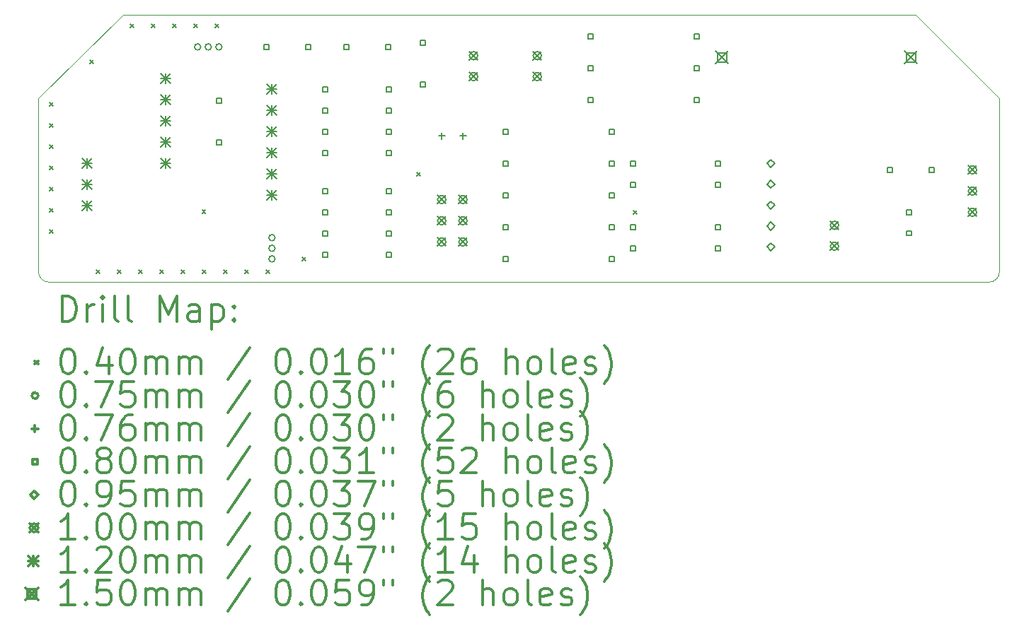
<source format=gbr>
%FSLAX45Y45*%
G04 Gerber Fmt 4.5, Leading zero omitted, Abs format (unit mm)*
G04 Created by KiCad (PCBNEW 5.1.5-1.fc31) date 2020-04-28 16:30:32*
%MOMM*%
%LPD*%
G04 APERTURE LIST*
%TA.AperFunction,Profile*%
%ADD10C,0.050000*%
%TD*%
%ADD11C,0.200000*%
%ADD12C,0.300000*%
G04 APERTURE END LIST*
D10*
X2667000Y-5740400D02*
G75*
G02X2540000Y-5613400I0J127000D01*
G01*
X14038580Y-5613400D02*
G75*
G02X13911580Y-5740400I-127000J0D01*
G01*
X14038580Y-3540000D02*
X13038580Y-2540000D01*
X3556000Y-2540000D02*
X2540000Y-3540000D01*
X2667000Y-5740400D02*
X13911580Y-5740400D01*
X2540000Y-3540000D02*
X2540000Y-5613400D01*
X14038580Y-3540000D02*
X14038580Y-5613400D01*
X3556000Y-2540000D02*
X13038580Y-2540000D01*
D11*
X2672400Y-3586800D02*
X2712400Y-3626800D01*
X2712400Y-3586800D02*
X2672400Y-3626800D01*
X2672400Y-3840800D02*
X2712400Y-3880800D01*
X2712400Y-3840800D02*
X2672400Y-3880800D01*
X2672400Y-4094800D02*
X2712400Y-4134800D01*
X2712400Y-4094800D02*
X2672400Y-4134800D01*
X2672400Y-4348800D02*
X2712400Y-4388800D01*
X2712400Y-4348800D02*
X2672400Y-4388800D01*
X2672400Y-4602800D02*
X2712400Y-4642800D01*
X2712400Y-4602800D02*
X2672400Y-4642800D01*
X2672400Y-4856800D02*
X2712400Y-4896800D01*
X2712400Y-4856800D02*
X2672400Y-4896800D01*
X2672400Y-5110800D02*
X2712400Y-5150800D01*
X2712400Y-5110800D02*
X2672400Y-5150800D01*
X3155000Y-3078800D02*
X3195000Y-3118800D01*
X3195000Y-3078800D02*
X3155000Y-3118800D01*
X3231200Y-5593400D02*
X3271200Y-5633400D01*
X3271200Y-5593400D02*
X3231200Y-5633400D01*
X3485200Y-5593400D02*
X3525200Y-5633400D01*
X3525200Y-5593400D02*
X3485200Y-5633400D01*
X3637600Y-2647000D02*
X3677600Y-2687000D01*
X3677600Y-2647000D02*
X3637600Y-2687000D01*
X3739200Y-5593400D02*
X3779200Y-5633400D01*
X3779200Y-5593400D02*
X3739200Y-5633400D01*
X3891600Y-2647000D02*
X3931600Y-2687000D01*
X3931600Y-2647000D02*
X3891600Y-2687000D01*
X3993200Y-5593400D02*
X4033200Y-5633400D01*
X4033200Y-5593400D02*
X3993200Y-5633400D01*
X4145600Y-2647000D02*
X4185600Y-2687000D01*
X4185600Y-2647000D02*
X4145600Y-2687000D01*
X4247200Y-5593400D02*
X4287200Y-5633400D01*
X4287200Y-5593400D02*
X4247200Y-5633400D01*
X4399600Y-2647000D02*
X4439600Y-2687000D01*
X4439600Y-2647000D02*
X4399600Y-2687000D01*
X4499949Y-4877668D02*
X4539949Y-4917668D01*
X4539949Y-4877668D02*
X4499949Y-4917668D01*
X4501200Y-5593400D02*
X4541200Y-5633400D01*
X4541200Y-5593400D02*
X4501200Y-5633400D01*
X4653600Y-2647000D02*
X4693600Y-2687000D01*
X4693600Y-2647000D02*
X4653600Y-2687000D01*
X4755200Y-5593400D02*
X4795200Y-5633400D01*
X4795200Y-5593400D02*
X4755200Y-5633400D01*
X5009200Y-5593400D02*
X5049200Y-5633400D01*
X5049200Y-5593400D02*
X5009200Y-5633400D01*
X5263200Y-5593400D02*
X5303200Y-5633400D01*
X5303200Y-5593400D02*
X5263200Y-5633400D01*
X5695000Y-5441000D02*
X5735000Y-5481000D01*
X5735000Y-5441000D02*
X5695000Y-5481000D01*
X7066600Y-4425000D02*
X7106600Y-4465000D01*
X7106600Y-4425000D02*
X7066600Y-4465000D01*
X9657400Y-4882200D02*
X9697400Y-4922200D01*
X9697400Y-4882200D02*
X9657400Y-4922200D01*
X5371500Y-5207000D02*
G75*
G03X5371500Y-5207000I-37500J0D01*
G01*
X5371500Y-5334000D02*
G75*
G03X5371500Y-5334000I-37500J0D01*
G01*
X5371500Y-5461000D02*
G75*
G03X5371500Y-5461000I-37500J0D01*
G01*
X4482500Y-2921000D02*
G75*
G03X4482500Y-2921000I-37500J0D01*
G01*
X4609500Y-2921000D02*
G75*
G03X4609500Y-2921000I-37500J0D01*
G01*
X4736500Y-2921000D02*
G75*
G03X4736500Y-2921000I-37500J0D01*
G01*
X7366000Y-3949700D02*
X7366000Y-4025900D01*
X7327900Y-3987800D02*
X7404100Y-3987800D01*
X7620000Y-3949700D02*
X7620000Y-4025900D01*
X7581900Y-3987800D02*
X7658100Y-3987800D01*
X12753684Y-4422485D02*
X12753684Y-4365916D01*
X12697115Y-4365916D01*
X12697115Y-4422485D01*
X12753684Y-4422485D01*
X13253684Y-4422485D02*
X13253684Y-4365916D01*
X13197115Y-4365916D01*
X13197115Y-4422485D01*
X13253684Y-4422485D01*
X9172285Y-2822284D02*
X9172285Y-2765716D01*
X9115716Y-2765716D01*
X9115716Y-2822284D01*
X9172285Y-2822284D01*
X10442285Y-2822284D02*
X10442285Y-2765716D01*
X10385716Y-2765716D01*
X10385716Y-2822284D01*
X10442285Y-2822284D01*
X5294085Y-2949284D02*
X5294085Y-2892715D01*
X5237516Y-2892715D01*
X5237516Y-2949284D01*
X5294085Y-2949284D01*
X5794084Y-2949284D02*
X5794084Y-2892715D01*
X5737515Y-2892715D01*
X5737515Y-2949284D01*
X5794084Y-2949284D01*
X8156284Y-5489285D02*
X8156284Y-5432716D01*
X8099715Y-5432716D01*
X8099715Y-5489285D01*
X8156284Y-5489285D01*
X9426285Y-5489285D02*
X9426285Y-5432716D01*
X9369716Y-5432716D01*
X9369716Y-5489285D01*
X9426285Y-5489285D01*
X8156284Y-4346285D02*
X8156284Y-4289716D01*
X8099715Y-4289716D01*
X8099715Y-4346285D01*
X8156284Y-4346285D01*
X9426285Y-4346285D02*
X9426285Y-4289716D01*
X9369716Y-4289716D01*
X9369716Y-4346285D01*
X9426285Y-4346285D01*
X9172285Y-3584284D02*
X9172285Y-3527715D01*
X9115716Y-3527715D01*
X9115716Y-3584284D01*
X9172285Y-3584284D01*
X10442285Y-3584284D02*
X10442285Y-3527715D01*
X10385716Y-3527715D01*
X10385716Y-3584284D01*
X10442285Y-3584284D01*
X8156284Y-3965284D02*
X8156284Y-3908715D01*
X8099715Y-3908715D01*
X8099715Y-3965284D01*
X8156284Y-3965284D01*
X9426285Y-3965284D02*
X9426285Y-3908715D01*
X9369716Y-3908715D01*
X9369716Y-3965284D01*
X9426285Y-3965284D01*
X8156284Y-4727285D02*
X8156284Y-4670716D01*
X8099715Y-4670716D01*
X8099715Y-4727285D01*
X8156284Y-4727285D01*
X9426285Y-4727285D02*
X9426285Y-4670716D01*
X9369716Y-4670716D01*
X9369716Y-4727285D01*
X9426285Y-4727285D01*
X9680285Y-5108285D02*
X9680285Y-5051716D01*
X9623716Y-5051716D01*
X9623716Y-5108285D01*
X9680285Y-5108285D01*
X9680285Y-5362285D02*
X9680285Y-5305716D01*
X9623716Y-5305716D01*
X9623716Y-5362285D01*
X9680285Y-5362285D01*
X10696285Y-5108285D02*
X10696285Y-5051716D01*
X10639716Y-5051716D01*
X10639716Y-5108285D01*
X10696285Y-5108285D01*
X10696285Y-5362285D02*
X10696285Y-5305716D01*
X10639716Y-5305716D01*
X10639716Y-5362285D01*
X10696285Y-5362285D01*
X9680285Y-4346285D02*
X9680285Y-4289716D01*
X9623716Y-4289716D01*
X9623716Y-4346285D01*
X9680285Y-4346285D01*
X9680285Y-4600285D02*
X9680285Y-4543716D01*
X9623716Y-4543716D01*
X9623716Y-4600285D01*
X9680285Y-4600285D01*
X10696285Y-4346285D02*
X10696285Y-4289716D01*
X10639716Y-4289716D01*
X10639716Y-4346285D01*
X10696285Y-4346285D01*
X10696285Y-4600285D02*
X10696285Y-4543716D01*
X10639716Y-4543716D01*
X10639716Y-4600285D01*
X10696285Y-4600285D01*
X4727285Y-3592284D02*
X4727285Y-3535715D01*
X4670716Y-3535715D01*
X4670716Y-3592284D01*
X4727285Y-3592284D01*
X4727285Y-4092284D02*
X4727285Y-4035715D01*
X4670716Y-4035715D01*
X4670716Y-4092284D01*
X4727285Y-4092284D01*
X5997284Y-3457284D02*
X5997284Y-3400715D01*
X5940715Y-3400715D01*
X5940715Y-3457284D01*
X5997284Y-3457284D01*
X5997284Y-3711284D02*
X5997284Y-3654715D01*
X5940715Y-3654715D01*
X5940715Y-3711284D01*
X5997284Y-3711284D01*
X5997284Y-3965284D02*
X5997284Y-3908715D01*
X5940715Y-3908715D01*
X5940715Y-3965284D01*
X5997284Y-3965284D01*
X5997284Y-4219285D02*
X5997284Y-4162715D01*
X5940715Y-4162715D01*
X5940715Y-4219285D01*
X5997284Y-4219285D01*
X6759284Y-3457284D02*
X6759284Y-3400715D01*
X6702715Y-3400715D01*
X6702715Y-3457284D01*
X6759284Y-3457284D01*
X6759284Y-3711284D02*
X6759284Y-3654715D01*
X6702715Y-3654715D01*
X6702715Y-3711284D01*
X6759284Y-3711284D01*
X6759284Y-3965284D02*
X6759284Y-3908715D01*
X6702715Y-3908715D01*
X6702715Y-3965284D01*
X6759284Y-3965284D01*
X6759284Y-4219285D02*
X6759284Y-4162715D01*
X6702715Y-4162715D01*
X6702715Y-4219285D01*
X6759284Y-4219285D01*
X12982284Y-4930485D02*
X12982284Y-4873916D01*
X12925715Y-4873916D01*
X12925715Y-4930485D01*
X12982284Y-4930485D01*
X12982284Y-5180485D02*
X12982284Y-5123916D01*
X12925715Y-5123916D01*
X12925715Y-5180485D01*
X12982284Y-5180485D01*
X7165684Y-2898484D02*
X7165684Y-2841915D01*
X7109115Y-2841915D01*
X7109115Y-2898484D01*
X7165684Y-2898484D01*
X7165684Y-3398484D02*
X7165684Y-3341915D01*
X7109115Y-3341915D01*
X7109115Y-3398484D01*
X7165684Y-3398484D01*
X8156284Y-5108285D02*
X8156284Y-5051716D01*
X8099715Y-5051716D01*
X8099715Y-5108285D01*
X8156284Y-5108285D01*
X9426285Y-5108285D02*
X9426285Y-5051716D01*
X9369716Y-5051716D01*
X9369716Y-5108285D01*
X9426285Y-5108285D01*
X6251284Y-2949284D02*
X6251284Y-2892715D01*
X6194715Y-2892715D01*
X6194715Y-2949284D01*
X6251284Y-2949284D01*
X6751284Y-2949284D02*
X6751284Y-2892715D01*
X6694715Y-2892715D01*
X6694715Y-2949284D01*
X6751284Y-2949284D01*
X9172285Y-3203284D02*
X9172285Y-3146715D01*
X9115716Y-3146715D01*
X9115716Y-3203284D01*
X9172285Y-3203284D01*
X10442285Y-3203284D02*
X10442285Y-3146715D01*
X10385716Y-3146715D01*
X10385716Y-3203284D01*
X10442285Y-3203284D01*
X5997284Y-4676485D02*
X5997284Y-4619916D01*
X5940715Y-4619916D01*
X5940715Y-4676485D01*
X5997284Y-4676485D01*
X5997284Y-4930485D02*
X5997284Y-4873916D01*
X5940715Y-4873916D01*
X5940715Y-4930485D01*
X5997284Y-4930485D01*
X5997284Y-5184485D02*
X5997284Y-5127916D01*
X5940715Y-5127916D01*
X5940715Y-5184485D01*
X5997284Y-5184485D01*
X5997284Y-5438485D02*
X5997284Y-5381916D01*
X5940715Y-5381916D01*
X5940715Y-5438485D01*
X5997284Y-5438485D01*
X6759284Y-4676485D02*
X6759284Y-4619916D01*
X6702715Y-4619916D01*
X6702715Y-4676485D01*
X6759284Y-4676485D01*
X6759284Y-4930485D02*
X6759284Y-4873916D01*
X6702715Y-4873916D01*
X6702715Y-4930485D01*
X6759284Y-4930485D01*
X6759284Y-5184485D02*
X6759284Y-5127916D01*
X6702715Y-5127916D01*
X6702715Y-5184485D01*
X6759284Y-5184485D01*
X6759284Y-5438485D02*
X6759284Y-5381916D01*
X6702715Y-5381916D01*
X6702715Y-5438485D01*
X6759284Y-5438485D01*
X11303000Y-4365500D02*
X11350500Y-4318000D01*
X11303000Y-4270500D01*
X11255500Y-4318000D01*
X11303000Y-4365500D01*
X11303000Y-4615500D02*
X11350500Y-4568000D01*
X11303000Y-4520500D01*
X11255500Y-4568000D01*
X11303000Y-4615500D01*
X11303000Y-4865500D02*
X11350500Y-4818000D01*
X11303000Y-4770500D01*
X11255500Y-4818000D01*
X11303000Y-4865500D01*
X11303000Y-5115500D02*
X11350500Y-5068000D01*
X11303000Y-5020500D01*
X11255500Y-5068000D01*
X11303000Y-5115500D01*
X11303000Y-5365500D02*
X11350500Y-5318000D01*
X11303000Y-5270500D01*
X11255500Y-5318000D01*
X11303000Y-5365500D01*
X12015000Y-5008600D02*
X12115000Y-5108600D01*
X12115000Y-5008600D02*
X12015000Y-5108600D01*
X12115000Y-5058600D02*
G75*
G03X12115000Y-5058600I-50000J0D01*
G01*
X12015000Y-5258600D02*
X12115000Y-5358600D01*
X12115000Y-5258600D02*
X12015000Y-5358600D01*
X12115000Y-5308600D02*
G75*
G03X12115000Y-5308600I-50000J0D01*
G01*
X8459000Y-2976600D02*
X8559000Y-3076600D01*
X8559000Y-2976600D02*
X8459000Y-3076600D01*
X8559000Y-3026600D02*
G75*
G03X8559000Y-3026600I-50000J0D01*
G01*
X8459000Y-3226600D02*
X8559000Y-3326600D01*
X8559000Y-3226600D02*
X8459000Y-3326600D01*
X8559000Y-3276600D02*
G75*
G03X8559000Y-3276600I-50000J0D01*
G01*
X13666000Y-4344000D02*
X13766000Y-4444000D01*
X13766000Y-4344000D02*
X13666000Y-4444000D01*
X13766000Y-4394000D02*
G75*
G03X13766000Y-4394000I-50000J0D01*
G01*
X13666000Y-4598000D02*
X13766000Y-4698000D01*
X13766000Y-4598000D02*
X13666000Y-4698000D01*
X13766000Y-4648000D02*
G75*
G03X13766000Y-4648000I-50000J0D01*
G01*
X13666000Y-4852000D02*
X13766000Y-4952000D01*
X13766000Y-4852000D02*
X13666000Y-4952000D01*
X13766000Y-4902000D02*
G75*
G03X13766000Y-4902000I-50000J0D01*
G01*
X7316000Y-4699800D02*
X7416000Y-4799800D01*
X7416000Y-4699800D02*
X7316000Y-4799800D01*
X7416000Y-4749800D02*
G75*
G03X7416000Y-4749800I-50000J0D01*
G01*
X7316000Y-4953800D02*
X7416000Y-5053800D01*
X7416000Y-4953800D02*
X7316000Y-5053800D01*
X7416000Y-5003800D02*
G75*
G03X7416000Y-5003800I-50000J0D01*
G01*
X7316000Y-5207800D02*
X7416000Y-5307800D01*
X7416000Y-5207800D02*
X7316000Y-5307800D01*
X7416000Y-5257800D02*
G75*
G03X7416000Y-5257800I-50000J0D01*
G01*
X7570000Y-4699800D02*
X7670000Y-4799800D01*
X7670000Y-4699800D02*
X7570000Y-4799800D01*
X7670000Y-4749800D02*
G75*
G03X7670000Y-4749800I-50000J0D01*
G01*
X7570000Y-4953800D02*
X7670000Y-5053800D01*
X7670000Y-4953800D02*
X7570000Y-5053800D01*
X7670000Y-5003800D02*
G75*
G03X7670000Y-5003800I-50000J0D01*
G01*
X7570000Y-5207800D02*
X7670000Y-5307800D01*
X7670000Y-5207800D02*
X7570000Y-5307800D01*
X7670000Y-5257800D02*
G75*
G03X7670000Y-5257800I-50000J0D01*
G01*
X7697000Y-2976600D02*
X7797000Y-3076600D01*
X7797000Y-2976600D02*
X7697000Y-3076600D01*
X7797000Y-3026600D02*
G75*
G03X7797000Y-3026600I-50000J0D01*
G01*
X7697000Y-3226600D02*
X7797000Y-3326600D01*
X7797000Y-3226600D02*
X7697000Y-3326600D01*
X7797000Y-3276600D02*
G75*
G03X7797000Y-3276600I-50000J0D01*
G01*
X4004000Y-3242000D02*
X4124000Y-3362000D01*
X4124000Y-3242000D02*
X4004000Y-3362000D01*
X4064000Y-3242000D02*
X4064000Y-3362000D01*
X4004000Y-3302000D02*
X4124000Y-3302000D01*
X4004000Y-3496000D02*
X4124000Y-3616000D01*
X4124000Y-3496000D02*
X4004000Y-3616000D01*
X4064000Y-3496000D02*
X4064000Y-3616000D01*
X4004000Y-3556000D02*
X4124000Y-3556000D01*
X4004000Y-3750000D02*
X4124000Y-3870000D01*
X4124000Y-3750000D02*
X4004000Y-3870000D01*
X4064000Y-3750000D02*
X4064000Y-3870000D01*
X4004000Y-3810000D02*
X4124000Y-3810000D01*
X4004000Y-4004000D02*
X4124000Y-4124000D01*
X4124000Y-4004000D02*
X4004000Y-4124000D01*
X4064000Y-4004000D02*
X4064000Y-4124000D01*
X4004000Y-4064000D02*
X4124000Y-4064000D01*
X4004000Y-4258000D02*
X4124000Y-4378000D01*
X4124000Y-4258000D02*
X4004000Y-4378000D01*
X4064000Y-4258000D02*
X4064000Y-4378000D01*
X4004000Y-4318000D02*
X4124000Y-4318000D01*
X5274000Y-3369000D02*
X5394000Y-3489000D01*
X5394000Y-3369000D02*
X5274000Y-3489000D01*
X5334000Y-3369000D02*
X5334000Y-3489000D01*
X5274000Y-3429000D02*
X5394000Y-3429000D01*
X5274000Y-3623000D02*
X5394000Y-3743000D01*
X5394000Y-3623000D02*
X5274000Y-3743000D01*
X5334000Y-3623000D02*
X5334000Y-3743000D01*
X5274000Y-3683000D02*
X5394000Y-3683000D01*
X5274000Y-3877000D02*
X5394000Y-3997000D01*
X5394000Y-3877000D02*
X5274000Y-3997000D01*
X5334000Y-3877000D02*
X5334000Y-3997000D01*
X5274000Y-3937000D02*
X5394000Y-3937000D01*
X5274000Y-4131000D02*
X5394000Y-4251000D01*
X5394000Y-4131000D02*
X5274000Y-4251000D01*
X5334000Y-4131000D02*
X5334000Y-4251000D01*
X5274000Y-4191000D02*
X5394000Y-4191000D01*
X5274000Y-4385000D02*
X5394000Y-4505000D01*
X5394000Y-4385000D02*
X5274000Y-4505000D01*
X5334000Y-4385000D02*
X5334000Y-4505000D01*
X5274000Y-4445000D02*
X5394000Y-4445000D01*
X5274000Y-4639000D02*
X5394000Y-4759000D01*
X5394000Y-4639000D02*
X5274000Y-4759000D01*
X5334000Y-4639000D02*
X5334000Y-4759000D01*
X5274000Y-4699000D02*
X5394000Y-4699000D01*
X3064200Y-4258000D02*
X3184200Y-4378000D01*
X3184200Y-4258000D02*
X3064200Y-4378000D01*
X3124200Y-4258000D02*
X3124200Y-4378000D01*
X3064200Y-4318000D02*
X3184200Y-4318000D01*
X3064200Y-4512000D02*
X3184200Y-4632000D01*
X3184200Y-4512000D02*
X3064200Y-4632000D01*
X3124200Y-4512000D02*
X3124200Y-4632000D01*
X3064200Y-4572000D02*
X3184200Y-4572000D01*
X3064200Y-4766000D02*
X3184200Y-4886000D01*
X3184200Y-4766000D02*
X3064200Y-4886000D01*
X3124200Y-4766000D02*
X3124200Y-4886000D01*
X3064200Y-4826000D02*
X3184200Y-4826000D01*
X10644400Y-2973000D02*
X10794400Y-3123000D01*
X10794400Y-2973000D02*
X10644400Y-3123000D01*
X10772434Y-3101033D02*
X10772434Y-2994966D01*
X10666367Y-2994966D01*
X10666367Y-3101033D01*
X10772434Y-3101033D01*
X12904400Y-2973000D02*
X13054400Y-3123000D01*
X13054400Y-2973000D02*
X12904400Y-3123000D01*
X13032433Y-3101033D02*
X13032433Y-2994966D01*
X12926366Y-2994966D01*
X12926366Y-3101033D01*
X13032433Y-3101033D01*
D12*
X2823928Y-6208614D02*
X2823928Y-5908614D01*
X2895357Y-5908614D01*
X2938214Y-5922900D01*
X2966786Y-5951471D01*
X2981071Y-5980043D01*
X2995357Y-6037186D01*
X2995357Y-6080043D01*
X2981071Y-6137186D01*
X2966786Y-6165757D01*
X2938214Y-6194329D01*
X2895357Y-6208614D01*
X2823928Y-6208614D01*
X3123928Y-6208614D02*
X3123928Y-6008614D01*
X3123928Y-6065757D02*
X3138214Y-6037186D01*
X3152500Y-6022900D01*
X3181071Y-6008614D01*
X3209643Y-6008614D01*
X3309643Y-6208614D02*
X3309643Y-6008614D01*
X3309643Y-5908614D02*
X3295357Y-5922900D01*
X3309643Y-5937186D01*
X3323928Y-5922900D01*
X3309643Y-5908614D01*
X3309643Y-5937186D01*
X3495357Y-6208614D02*
X3466786Y-6194329D01*
X3452500Y-6165757D01*
X3452500Y-5908614D01*
X3652500Y-6208614D02*
X3623928Y-6194329D01*
X3609643Y-6165757D01*
X3609643Y-5908614D01*
X3995357Y-6208614D02*
X3995357Y-5908614D01*
X4095357Y-6122900D01*
X4195357Y-5908614D01*
X4195357Y-6208614D01*
X4466786Y-6208614D02*
X4466786Y-6051471D01*
X4452500Y-6022900D01*
X4423928Y-6008614D01*
X4366786Y-6008614D01*
X4338214Y-6022900D01*
X4466786Y-6194329D02*
X4438214Y-6208614D01*
X4366786Y-6208614D01*
X4338214Y-6194329D01*
X4323928Y-6165757D01*
X4323928Y-6137186D01*
X4338214Y-6108614D01*
X4366786Y-6094329D01*
X4438214Y-6094329D01*
X4466786Y-6080043D01*
X4609643Y-6008614D02*
X4609643Y-6308614D01*
X4609643Y-6022900D02*
X4638214Y-6008614D01*
X4695357Y-6008614D01*
X4723928Y-6022900D01*
X4738214Y-6037186D01*
X4752500Y-6065757D01*
X4752500Y-6151471D01*
X4738214Y-6180043D01*
X4723928Y-6194329D01*
X4695357Y-6208614D01*
X4638214Y-6208614D01*
X4609643Y-6194329D01*
X4881071Y-6180043D02*
X4895357Y-6194329D01*
X4881071Y-6208614D01*
X4866786Y-6194329D01*
X4881071Y-6180043D01*
X4881071Y-6208614D01*
X4881071Y-6022900D02*
X4895357Y-6037186D01*
X4881071Y-6051471D01*
X4866786Y-6037186D01*
X4881071Y-6022900D01*
X4881071Y-6051471D01*
X2497500Y-6682900D02*
X2537500Y-6722900D01*
X2537500Y-6682900D02*
X2497500Y-6722900D01*
X2881071Y-6538614D02*
X2909643Y-6538614D01*
X2938214Y-6552900D01*
X2952500Y-6567186D01*
X2966786Y-6595757D01*
X2981071Y-6652900D01*
X2981071Y-6724329D01*
X2966786Y-6781471D01*
X2952500Y-6810043D01*
X2938214Y-6824329D01*
X2909643Y-6838614D01*
X2881071Y-6838614D01*
X2852500Y-6824329D01*
X2838214Y-6810043D01*
X2823928Y-6781471D01*
X2809643Y-6724329D01*
X2809643Y-6652900D01*
X2823928Y-6595757D01*
X2838214Y-6567186D01*
X2852500Y-6552900D01*
X2881071Y-6538614D01*
X3109643Y-6810043D02*
X3123928Y-6824329D01*
X3109643Y-6838614D01*
X3095357Y-6824329D01*
X3109643Y-6810043D01*
X3109643Y-6838614D01*
X3381071Y-6638614D02*
X3381071Y-6838614D01*
X3309643Y-6524329D02*
X3238214Y-6738614D01*
X3423928Y-6738614D01*
X3595357Y-6538614D02*
X3623928Y-6538614D01*
X3652500Y-6552900D01*
X3666786Y-6567186D01*
X3681071Y-6595757D01*
X3695357Y-6652900D01*
X3695357Y-6724329D01*
X3681071Y-6781471D01*
X3666786Y-6810043D01*
X3652500Y-6824329D01*
X3623928Y-6838614D01*
X3595357Y-6838614D01*
X3566786Y-6824329D01*
X3552500Y-6810043D01*
X3538214Y-6781471D01*
X3523928Y-6724329D01*
X3523928Y-6652900D01*
X3538214Y-6595757D01*
X3552500Y-6567186D01*
X3566786Y-6552900D01*
X3595357Y-6538614D01*
X3823928Y-6838614D02*
X3823928Y-6638614D01*
X3823928Y-6667186D02*
X3838214Y-6652900D01*
X3866786Y-6638614D01*
X3909643Y-6638614D01*
X3938214Y-6652900D01*
X3952500Y-6681471D01*
X3952500Y-6838614D01*
X3952500Y-6681471D02*
X3966786Y-6652900D01*
X3995357Y-6638614D01*
X4038214Y-6638614D01*
X4066786Y-6652900D01*
X4081071Y-6681471D01*
X4081071Y-6838614D01*
X4223928Y-6838614D02*
X4223928Y-6638614D01*
X4223928Y-6667186D02*
X4238214Y-6652900D01*
X4266786Y-6638614D01*
X4309643Y-6638614D01*
X4338214Y-6652900D01*
X4352500Y-6681471D01*
X4352500Y-6838614D01*
X4352500Y-6681471D02*
X4366786Y-6652900D01*
X4395357Y-6638614D01*
X4438214Y-6638614D01*
X4466786Y-6652900D01*
X4481071Y-6681471D01*
X4481071Y-6838614D01*
X5066786Y-6524329D02*
X4809643Y-6910043D01*
X5452500Y-6538614D02*
X5481071Y-6538614D01*
X5509643Y-6552900D01*
X5523928Y-6567186D01*
X5538214Y-6595757D01*
X5552500Y-6652900D01*
X5552500Y-6724329D01*
X5538214Y-6781471D01*
X5523928Y-6810043D01*
X5509643Y-6824329D01*
X5481071Y-6838614D01*
X5452500Y-6838614D01*
X5423928Y-6824329D01*
X5409643Y-6810043D01*
X5395357Y-6781471D01*
X5381071Y-6724329D01*
X5381071Y-6652900D01*
X5395357Y-6595757D01*
X5409643Y-6567186D01*
X5423928Y-6552900D01*
X5452500Y-6538614D01*
X5681071Y-6810043D02*
X5695357Y-6824329D01*
X5681071Y-6838614D01*
X5666786Y-6824329D01*
X5681071Y-6810043D01*
X5681071Y-6838614D01*
X5881071Y-6538614D02*
X5909643Y-6538614D01*
X5938214Y-6552900D01*
X5952500Y-6567186D01*
X5966786Y-6595757D01*
X5981071Y-6652900D01*
X5981071Y-6724329D01*
X5966786Y-6781471D01*
X5952500Y-6810043D01*
X5938214Y-6824329D01*
X5909643Y-6838614D01*
X5881071Y-6838614D01*
X5852500Y-6824329D01*
X5838214Y-6810043D01*
X5823928Y-6781471D01*
X5809643Y-6724329D01*
X5809643Y-6652900D01*
X5823928Y-6595757D01*
X5838214Y-6567186D01*
X5852500Y-6552900D01*
X5881071Y-6538614D01*
X6266786Y-6838614D02*
X6095357Y-6838614D01*
X6181071Y-6838614D02*
X6181071Y-6538614D01*
X6152500Y-6581471D01*
X6123928Y-6610043D01*
X6095357Y-6624329D01*
X6523928Y-6538614D02*
X6466786Y-6538614D01*
X6438214Y-6552900D01*
X6423928Y-6567186D01*
X6395357Y-6610043D01*
X6381071Y-6667186D01*
X6381071Y-6781471D01*
X6395357Y-6810043D01*
X6409643Y-6824329D01*
X6438214Y-6838614D01*
X6495357Y-6838614D01*
X6523928Y-6824329D01*
X6538214Y-6810043D01*
X6552500Y-6781471D01*
X6552500Y-6710043D01*
X6538214Y-6681471D01*
X6523928Y-6667186D01*
X6495357Y-6652900D01*
X6438214Y-6652900D01*
X6409643Y-6667186D01*
X6395357Y-6681471D01*
X6381071Y-6710043D01*
X6666786Y-6538614D02*
X6666786Y-6595757D01*
X6781071Y-6538614D02*
X6781071Y-6595757D01*
X7223928Y-6952900D02*
X7209643Y-6938614D01*
X7181071Y-6895757D01*
X7166786Y-6867186D01*
X7152500Y-6824329D01*
X7138214Y-6752900D01*
X7138214Y-6695757D01*
X7152500Y-6624329D01*
X7166786Y-6581471D01*
X7181071Y-6552900D01*
X7209643Y-6510043D01*
X7223928Y-6495757D01*
X7323928Y-6567186D02*
X7338214Y-6552900D01*
X7366786Y-6538614D01*
X7438214Y-6538614D01*
X7466786Y-6552900D01*
X7481071Y-6567186D01*
X7495357Y-6595757D01*
X7495357Y-6624329D01*
X7481071Y-6667186D01*
X7309643Y-6838614D01*
X7495357Y-6838614D01*
X7752500Y-6538614D02*
X7695357Y-6538614D01*
X7666786Y-6552900D01*
X7652500Y-6567186D01*
X7623928Y-6610043D01*
X7609643Y-6667186D01*
X7609643Y-6781471D01*
X7623928Y-6810043D01*
X7638214Y-6824329D01*
X7666786Y-6838614D01*
X7723928Y-6838614D01*
X7752500Y-6824329D01*
X7766786Y-6810043D01*
X7781071Y-6781471D01*
X7781071Y-6710043D01*
X7766786Y-6681471D01*
X7752500Y-6667186D01*
X7723928Y-6652900D01*
X7666786Y-6652900D01*
X7638214Y-6667186D01*
X7623928Y-6681471D01*
X7609643Y-6710043D01*
X8138214Y-6838614D02*
X8138214Y-6538614D01*
X8266786Y-6838614D02*
X8266786Y-6681471D01*
X8252500Y-6652900D01*
X8223928Y-6638614D01*
X8181071Y-6638614D01*
X8152500Y-6652900D01*
X8138214Y-6667186D01*
X8452500Y-6838614D02*
X8423928Y-6824329D01*
X8409643Y-6810043D01*
X8395357Y-6781471D01*
X8395357Y-6695757D01*
X8409643Y-6667186D01*
X8423928Y-6652900D01*
X8452500Y-6638614D01*
X8495357Y-6638614D01*
X8523928Y-6652900D01*
X8538214Y-6667186D01*
X8552500Y-6695757D01*
X8552500Y-6781471D01*
X8538214Y-6810043D01*
X8523928Y-6824329D01*
X8495357Y-6838614D01*
X8452500Y-6838614D01*
X8723928Y-6838614D02*
X8695357Y-6824329D01*
X8681071Y-6795757D01*
X8681071Y-6538614D01*
X8952500Y-6824329D02*
X8923928Y-6838614D01*
X8866786Y-6838614D01*
X8838214Y-6824329D01*
X8823928Y-6795757D01*
X8823928Y-6681471D01*
X8838214Y-6652900D01*
X8866786Y-6638614D01*
X8923928Y-6638614D01*
X8952500Y-6652900D01*
X8966786Y-6681471D01*
X8966786Y-6710043D01*
X8823928Y-6738614D01*
X9081071Y-6824329D02*
X9109643Y-6838614D01*
X9166786Y-6838614D01*
X9195357Y-6824329D01*
X9209643Y-6795757D01*
X9209643Y-6781471D01*
X9195357Y-6752900D01*
X9166786Y-6738614D01*
X9123928Y-6738614D01*
X9095357Y-6724329D01*
X9081071Y-6695757D01*
X9081071Y-6681471D01*
X9095357Y-6652900D01*
X9123928Y-6638614D01*
X9166786Y-6638614D01*
X9195357Y-6652900D01*
X9309643Y-6952900D02*
X9323928Y-6938614D01*
X9352500Y-6895757D01*
X9366786Y-6867186D01*
X9381071Y-6824329D01*
X9395357Y-6752900D01*
X9395357Y-6695757D01*
X9381071Y-6624329D01*
X9366786Y-6581471D01*
X9352500Y-6552900D01*
X9323928Y-6510043D01*
X9309643Y-6495757D01*
X2537500Y-7098900D02*
G75*
G03X2537500Y-7098900I-37500J0D01*
G01*
X2881071Y-6934614D02*
X2909643Y-6934614D01*
X2938214Y-6948900D01*
X2952500Y-6963186D01*
X2966786Y-6991757D01*
X2981071Y-7048900D01*
X2981071Y-7120329D01*
X2966786Y-7177471D01*
X2952500Y-7206043D01*
X2938214Y-7220329D01*
X2909643Y-7234614D01*
X2881071Y-7234614D01*
X2852500Y-7220329D01*
X2838214Y-7206043D01*
X2823928Y-7177471D01*
X2809643Y-7120329D01*
X2809643Y-7048900D01*
X2823928Y-6991757D01*
X2838214Y-6963186D01*
X2852500Y-6948900D01*
X2881071Y-6934614D01*
X3109643Y-7206043D02*
X3123928Y-7220329D01*
X3109643Y-7234614D01*
X3095357Y-7220329D01*
X3109643Y-7206043D01*
X3109643Y-7234614D01*
X3223928Y-6934614D02*
X3423928Y-6934614D01*
X3295357Y-7234614D01*
X3681071Y-6934614D02*
X3538214Y-6934614D01*
X3523928Y-7077471D01*
X3538214Y-7063186D01*
X3566786Y-7048900D01*
X3638214Y-7048900D01*
X3666786Y-7063186D01*
X3681071Y-7077471D01*
X3695357Y-7106043D01*
X3695357Y-7177471D01*
X3681071Y-7206043D01*
X3666786Y-7220329D01*
X3638214Y-7234614D01*
X3566786Y-7234614D01*
X3538214Y-7220329D01*
X3523928Y-7206043D01*
X3823928Y-7234614D02*
X3823928Y-7034614D01*
X3823928Y-7063186D02*
X3838214Y-7048900D01*
X3866786Y-7034614D01*
X3909643Y-7034614D01*
X3938214Y-7048900D01*
X3952500Y-7077471D01*
X3952500Y-7234614D01*
X3952500Y-7077471D02*
X3966786Y-7048900D01*
X3995357Y-7034614D01*
X4038214Y-7034614D01*
X4066786Y-7048900D01*
X4081071Y-7077471D01*
X4081071Y-7234614D01*
X4223928Y-7234614D02*
X4223928Y-7034614D01*
X4223928Y-7063186D02*
X4238214Y-7048900D01*
X4266786Y-7034614D01*
X4309643Y-7034614D01*
X4338214Y-7048900D01*
X4352500Y-7077471D01*
X4352500Y-7234614D01*
X4352500Y-7077471D02*
X4366786Y-7048900D01*
X4395357Y-7034614D01*
X4438214Y-7034614D01*
X4466786Y-7048900D01*
X4481071Y-7077471D01*
X4481071Y-7234614D01*
X5066786Y-6920329D02*
X4809643Y-7306043D01*
X5452500Y-6934614D02*
X5481071Y-6934614D01*
X5509643Y-6948900D01*
X5523928Y-6963186D01*
X5538214Y-6991757D01*
X5552500Y-7048900D01*
X5552500Y-7120329D01*
X5538214Y-7177471D01*
X5523928Y-7206043D01*
X5509643Y-7220329D01*
X5481071Y-7234614D01*
X5452500Y-7234614D01*
X5423928Y-7220329D01*
X5409643Y-7206043D01*
X5395357Y-7177471D01*
X5381071Y-7120329D01*
X5381071Y-7048900D01*
X5395357Y-6991757D01*
X5409643Y-6963186D01*
X5423928Y-6948900D01*
X5452500Y-6934614D01*
X5681071Y-7206043D02*
X5695357Y-7220329D01*
X5681071Y-7234614D01*
X5666786Y-7220329D01*
X5681071Y-7206043D01*
X5681071Y-7234614D01*
X5881071Y-6934614D02*
X5909643Y-6934614D01*
X5938214Y-6948900D01*
X5952500Y-6963186D01*
X5966786Y-6991757D01*
X5981071Y-7048900D01*
X5981071Y-7120329D01*
X5966786Y-7177471D01*
X5952500Y-7206043D01*
X5938214Y-7220329D01*
X5909643Y-7234614D01*
X5881071Y-7234614D01*
X5852500Y-7220329D01*
X5838214Y-7206043D01*
X5823928Y-7177471D01*
X5809643Y-7120329D01*
X5809643Y-7048900D01*
X5823928Y-6991757D01*
X5838214Y-6963186D01*
X5852500Y-6948900D01*
X5881071Y-6934614D01*
X6081071Y-6934614D02*
X6266786Y-6934614D01*
X6166786Y-7048900D01*
X6209643Y-7048900D01*
X6238214Y-7063186D01*
X6252500Y-7077471D01*
X6266786Y-7106043D01*
X6266786Y-7177471D01*
X6252500Y-7206043D01*
X6238214Y-7220329D01*
X6209643Y-7234614D01*
X6123928Y-7234614D01*
X6095357Y-7220329D01*
X6081071Y-7206043D01*
X6452500Y-6934614D02*
X6481071Y-6934614D01*
X6509643Y-6948900D01*
X6523928Y-6963186D01*
X6538214Y-6991757D01*
X6552500Y-7048900D01*
X6552500Y-7120329D01*
X6538214Y-7177471D01*
X6523928Y-7206043D01*
X6509643Y-7220329D01*
X6481071Y-7234614D01*
X6452500Y-7234614D01*
X6423928Y-7220329D01*
X6409643Y-7206043D01*
X6395357Y-7177471D01*
X6381071Y-7120329D01*
X6381071Y-7048900D01*
X6395357Y-6991757D01*
X6409643Y-6963186D01*
X6423928Y-6948900D01*
X6452500Y-6934614D01*
X6666786Y-6934614D02*
X6666786Y-6991757D01*
X6781071Y-6934614D02*
X6781071Y-6991757D01*
X7223928Y-7348900D02*
X7209643Y-7334614D01*
X7181071Y-7291757D01*
X7166786Y-7263186D01*
X7152500Y-7220329D01*
X7138214Y-7148900D01*
X7138214Y-7091757D01*
X7152500Y-7020329D01*
X7166786Y-6977471D01*
X7181071Y-6948900D01*
X7209643Y-6906043D01*
X7223928Y-6891757D01*
X7466786Y-6934614D02*
X7409643Y-6934614D01*
X7381071Y-6948900D01*
X7366786Y-6963186D01*
X7338214Y-7006043D01*
X7323928Y-7063186D01*
X7323928Y-7177471D01*
X7338214Y-7206043D01*
X7352500Y-7220329D01*
X7381071Y-7234614D01*
X7438214Y-7234614D01*
X7466786Y-7220329D01*
X7481071Y-7206043D01*
X7495357Y-7177471D01*
X7495357Y-7106043D01*
X7481071Y-7077471D01*
X7466786Y-7063186D01*
X7438214Y-7048900D01*
X7381071Y-7048900D01*
X7352500Y-7063186D01*
X7338214Y-7077471D01*
X7323928Y-7106043D01*
X7852500Y-7234614D02*
X7852500Y-6934614D01*
X7981071Y-7234614D02*
X7981071Y-7077471D01*
X7966786Y-7048900D01*
X7938214Y-7034614D01*
X7895357Y-7034614D01*
X7866786Y-7048900D01*
X7852500Y-7063186D01*
X8166786Y-7234614D02*
X8138214Y-7220329D01*
X8123928Y-7206043D01*
X8109643Y-7177471D01*
X8109643Y-7091757D01*
X8123928Y-7063186D01*
X8138214Y-7048900D01*
X8166786Y-7034614D01*
X8209643Y-7034614D01*
X8238214Y-7048900D01*
X8252500Y-7063186D01*
X8266786Y-7091757D01*
X8266786Y-7177471D01*
X8252500Y-7206043D01*
X8238214Y-7220329D01*
X8209643Y-7234614D01*
X8166786Y-7234614D01*
X8438214Y-7234614D02*
X8409643Y-7220329D01*
X8395357Y-7191757D01*
X8395357Y-6934614D01*
X8666786Y-7220329D02*
X8638214Y-7234614D01*
X8581071Y-7234614D01*
X8552500Y-7220329D01*
X8538214Y-7191757D01*
X8538214Y-7077471D01*
X8552500Y-7048900D01*
X8581071Y-7034614D01*
X8638214Y-7034614D01*
X8666786Y-7048900D01*
X8681071Y-7077471D01*
X8681071Y-7106043D01*
X8538214Y-7134614D01*
X8795357Y-7220329D02*
X8823928Y-7234614D01*
X8881071Y-7234614D01*
X8909643Y-7220329D01*
X8923928Y-7191757D01*
X8923928Y-7177471D01*
X8909643Y-7148900D01*
X8881071Y-7134614D01*
X8838214Y-7134614D01*
X8809643Y-7120329D01*
X8795357Y-7091757D01*
X8795357Y-7077471D01*
X8809643Y-7048900D01*
X8838214Y-7034614D01*
X8881071Y-7034614D01*
X8909643Y-7048900D01*
X9023928Y-7348900D02*
X9038214Y-7334614D01*
X9066786Y-7291757D01*
X9081071Y-7263186D01*
X9095357Y-7220329D01*
X9109643Y-7148900D01*
X9109643Y-7091757D01*
X9095357Y-7020329D01*
X9081071Y-6977471D01*
X9066786Y-6948900D01*
X9038214Y-6906043D01*
X9023928Y-6891757D01*
X2499400Y-7456800D02*
X2499400Y-7533000D01*
X2461300Y-7494900D02*
X2537500Y-7494900D01*
X2881071Y-7330614D02*
X2909643Y-7330614D01*
X2938214Y-7344900D01*
X2952500Y-7359186D01*
X2966786Y-7387757D01*
X2981071Y-7444900D01*
X2981071Y-7516329D01*
X2966786Y-7573471D01*
X2952500Y-7602043D01*
X2938214Y-7616329D01*
X2909643Y-7630614D01*
X2881071Y-7630614D01*
X2852500Y-7616329D01*
X2838214Y-7602043D01*
X2823928Y-7573471D01*
X2809643Y-7516329D01*
X2809643Y-7444900D01*
X2823928Y-7387757D01*
X2838214Y-7359186D01*
X2852500Y-7344900D01*
X2881071Y-7330614D01*
X3109643Y-7602043D02*
X3123928Y-7616329D01*
X3109643Y-7630614D01*
X3095357Y-7616329D01*
X3109643Y-7602043D01*
X3109643Y-7630614D01*
X3223928Y-7330614D02*
X3423928Y-7330614D01*
X3295357Y-7630614D01*
X3666786Y-7330614D02*
X3609643Y-7330614D01*
X3581071Y-7344900D01*
X3566786Y-7359186D01*
X3538214Y-7402043D01*
X3523928Y-7459186D01*
X3523928Y-7573471D01*
X3538214Y-7602043D01*
X3552500Y-7616329D01*
X3581071Y-7630614D01*
X3638214Y-7630614D01*
X3666786Y-7616329D01*
X3681071Y-7602043D01*
X3695357Y-7573471D01*
X3695357Y-7502043D01*
X3681071Y-7473471D01*
X3666786Y-7459186D01*
X3638214Y-7444900D01*
X3581071Y-7444900D01*
X3552500Y-7459186D01*
X3538214Y-7473471D01*
X3523928Y-7502043D01*
X3823928Y-7630614D02*
X3823928Y-7430614D01*
X3823928Y-7459186D02*
X3838214Y-7444900D01*
X3866786Y-7430614D01*
X3909643Y-7430614D01*
X3938214Y-7444900D01*
X3952500Y-7473471D01*
X3952500Y-7630614D01*
X3952500Y-7473471D02*
X3966786Y-7444900D01*
X3995357Y-7430614D01*
X4038214Y-7430614D01*
X4066786Y-7444900D01*
X4081071Y-7473471D01*
X4081071Y-7630614D01*
X4223928Y-7630614D02*
X4223928Y-7430614D01*
X4223928Y-7459186D02*
X4238214Y-7444900D01*
X4266786Y-7430614D01*
X4309643Y-7430614D01*
X4338214Y-7444900D01*
X4352500Y-7473471D01*
X4352500Y-7630614D01*
X4352500Y-7473471D02*
X4366786Y-7444900D01*
X4395357Y-7430614D01*
X4438214Y-7430614D01*
X4466786Y-7444900D01*
X4481071Y-7473471D01*
X4481071Y-7630614D01*
X5066786Y-7316329D02*
X4809643Y-7702043D01*
X5452500Y-7330614D02*
X5481071Y-7330614D01*
X5509643Y-7344900D01*
X5523928Y-7359186D01*
X5538214Y-7387757D01*
X5552500Y-7444900D01*
X5552500Y-7516329D01*
X5538214Y-7573471D01*
X5523928Y-7602043D01*
X5509643Y-7616329D01*
X5481071Y-7630614D01*
X5452500Y-7630614D01*
X5423928Y-7616329D01*
X5409643Y-7602043D01*
X5395357Y-7573471D01*
X5381071Y-7516329D01*
X5381071Y-7444900D01*
X5395357Y-7387757D01*
X5409643Y-7359186D01*
X5423928Y-7344900D01*
X5452500Y-7330614D01*
X5681071Y-7602043D02*
X5695357Y-7616329D01*
X5681071Y-7630614D01*
X5666786Y-7616329D01*
X5681071Y-7602043D01*
X5681071Y-7630614D01*
X5881071Y-7330614D02*
X5909643Y-7330614D01*
X5938214Y-7344900D01*
X5952500Y-7359186D01*
X5966786Y-7387757D01*
X5981071Y-7444900D01*
X5981071Y-7516329D01*
X5966786Y-7573471D01*
X5952500Y-7602043D01*
X5938214Y-7616329D01*
X5909643Y-7630614D01*
X5881071Y-7630614D01*
X5852500Y-7616329D01*
X5838214Y-7602043D01*
X5823928Y-7573471D01*
X5809643Y-7516329D01*
X5809643Y-7444900D01*
X5823928Y-7387757D01*
X5838214Y-7359186D01*
X5852500Y-7344900D01*
X5881071Y-7330614D01*
X6081071Y-7330614D02*
X6266786Y-7330614D01*
X6166786Y-7444900D01*
X6209643Y-7444900D01*
X6238214Y-7459186D01*
X6252500Y-7473471D01*
X6266786Y-7502043D01*
X6266786Y-7573471D01*
X6252500Y-7602043D01*
X6238214Y-7616329D01*
X6209643Y-7630614D01*
X6123928Y-7630614D01*
X6095357Y-7616329D01*
X6081071Y-7602043D01*
X6452500Y-7330614D02*
X6481071Y-7330614D01*
X6509643Y-7344900D01*
X6523928Y-7359186D01*
X6538214Y-7387757D01*
X6552500Y-7444900D01*
X6552500Y-7516329D01*
X6538214Y-7573471D01*
X6523928Y-7602043D01*
X6509643Y-7616329D01*
X6481071Y-7630614D01*
X6452500Y-7630614D01*
X6423928Y-7616329D01*
X6409643Y-7602043D01*
X6395357Y-7573471D01*
X6381071Y-7516329D01*
X6381071Y-7444900D01*
X6395357Y-7387757D01*
X6409643Y-7359186D01*
X6423928Y-7344900D01*
X6452500Y-7330614D01*
X6666786Y-7330614D02*
X6666786Y-7387757D01*
X6781071Y-7330614D02*
X6781071Y-7387757D01*
X7223928Y-7744900D02*
X7209643Y-7730614D01*
X7181071Y-7687757D01*
X7166786Y-7659186D01*
X7152500Y-7616329D01*
X7138214Y-7544900D01*
X7138214Y-7487757D01*
X7152500Y-7416329D01*
X7166786Y-7373471D01*
X7181071Y-7344900D01*
X7209643Y-7302043D01*
X7223928Y-7287757D01*
X7323928Y-7359186D02*
X7338214Y-7344900D01*
X7366786Y-7330614D01*
X7438214Y-7330614D01*
X7466786Y-7344900D01*
X7481071Y-7359186D01*
X7495357Y-7387757D01*
X7495357Y-7416329D01*
X7481071Y-7459186D01*
X7309643Y-7630614D01*
X7495357Y-7630614D01*
X7852500Y-7630614D02*
X7852500Y-7330614D01*
X7981071Y-7630614D02*
X7981071Y-7473471D01*
X7966786Y-7444900D01*
X7938214Y-7430614D01*
X7895357Y-7430614D01*
X7866786Y-7444900D01*
X7852500Y-7459186D01*
X8166786Y-7630614D02*
X8138214Y-7616329D01*
X8123928Y-7602043D01*
X8109643Y-7573471D01*
X8109643Y-7487757D01*
X8123928Y-7459186D01*
X8138214Y-7444900D01*
X8166786Y-7430614D01*
X8209643Y-7430614D01*
X8238214Y-7444900D01*
X8252500Y-7459186D01*
X8266786Y-7487757D01*
X8266786Y-7573471D01*
X8252500Y-7602043D01*
X8238214Y-7616329D01*
X8209643Y-7630614D01*
X8166786Y-7630614D01*
X8438214Y-7630614D02*
X8409643Y-7616329D01*
X8395357Y-7587757D01*
X8395357Y-7330614D01*
X8666786Y-7616329D02*
X8638214Y-7630614D01*
X8581071Y-7630614D01*
X8552500Y-7616329D01*
X8538214Y-7587757D01*
X8538214Y-7473471D01*
X8552500Y-7444900D01*
X8581071Y-7430614D01*
X8638214Y-7430614D01*
X8666786Y-7444900D01*
X8681071Y-7473471D01*
X8681071Y-7502043D01*
X8538214Y-7530614D01*
X8795357Y-7616329D02*
X8823928Y-7630614D01*
X8881071Y-7630614D01*
X8909643Y-7616329D01*
X8923928Y-7587757D01*
X8923928Y-7573471D01*
X8909643Y-7544900D01*
X8881071Y-7530614D01*
X8838214Y-7530614D01*
X8809643Y-7516329D01*
X8795357Y-7487757D01*
X8795357Y-7473471D01*
X8809643Y-7444900D01*
X8838214Y-7430614D01*
X8881071Y-7430614D01*
X8909643Y-7444900D01*
X9023928Y-7744900D02*
X9038214Y-7730614D01*
X9066786Y-7687757D01*
X9081071Y-7659186D01*
X9095357Y-7616329D01*
X9109643Y-7544900D01*
X9109643Y-7487757D01*
X9095357Y-7416329D01*
X9081071Y-7373471D01*
X9066786Y-7344900D01*
X9038214Y-7302043D01*
X9023928Y-7287757D01*
X2525784Y-7919185D02*
X2525784Y-7862616D01*
X2469215Y-7862616D01*
X2469215Y-7919185D01*
X2525784Y-7919185D01*
X2881071Y-7726614D02*
X2909643Y-7726614D01*
X2938214Y-7740900D01*
X2952500Y-7755186D01*
X2966786Y-7783757D01*
X2981071Y-7840900D01*
X2981071Y-7912329D01*
X2966786Y-7969471D01*
X2952500Y-7998043D01*
X2938214Y-8012329D01*
X2909643Y-8026614D01*
X2881071Y-8026614D01*
X2852500Y-8012329D01*
X2838214Y-7998043D01*
X2823928Y-7969471D01*
X2809643Y-7912329D01*
X2809643Y-7840900D01*
X2823928Y-7783757D01*
X2838214Y-7755186D01*
X2852500Y-7740900D01*
X2881071Y-7726614D01*
X3109643Y-7998043D02*
X3123928Y-8012329D01*
X3109643Y-8026614D01*
X3095357Y-8012329D01*
X3109643Y-7998043D01*
X3109643Y-8026614D01*
X3295357Y-7855186D02*
X3266786Y-7840900D01*
X3252500Y-7826614D01*
X3238214Y-7798043D01*
X3238214Y-7783757D01*
X3252500Y-7755186D01*
X3266786Y-7740900D01*
X3295357Y-7726614D01*
X3352500Y-7726614D01*
X3381071Y-7740900D01*
X3395357Y-7755186D01*
X3409643Y-7783757D01*
X3409643Y-7798043D01*
X3395357Y-7826614D01*
X3381071Y-7840900D01*
X3352500Y-7855186D01*
X3295357Y-7855186D01*
X3266786Y-7869471D01*
X3252500Y-7883757D01*
X3238214Y-7912329D01*
X3238214Y-7969471D01*
X3252500Y-7998043D01*
X3266786Y-8012329D01*
X3295357Y-8026614D01*
X3352500Y-8026614D01*
X3381071Y-8012329D01*
X3395357Y-7998043D01*
X3409643Y-7969471D01*
X3409643Y-7912329D01*
X3395357Y-7883757D01*
X3381071Y-7869471D01*
X3352500Y-7855186D01*
X3595357Y-7726614D02*
X3623928Y-7726614D01*
X3652500Y-7740900D01*
X3666786Y-7755186D01*
X3681071Y-7783757D01*
X3695357Y-7840900D01*
X3695357Y-7912329D01*
X3681071Y-7969471D01*
X3666786Y-7998043D01*
X3652500Y-8012329D01*
X3623928Y-8026614D01*
X3595357Y-8026614D01*
X3566786Y-8012329D01*
X3552500Y-7998043D01*
X3538214Y-7969471D01*
X3523928Y-7912329D01*
X3523928Y-7840900D01*
X3538214Y-7783757D01*
X3552500Y-7755186D01*
X3566786Y-7740900D01*
X3595357Y-7726614D01*
X3823928Y-8026614D02*
X3823928Y-7826614D01*
X3823928Y-7855186D02*
X3838214Y-7840900D01*
X3866786Y-7826614D01*
X3909643Y-7826614D01*
X3938214Y-7840900D01*
X3952500Y-7869471D01*
X3952500Y-8026614D01*
X3952500Y-7869471D02*
X3966786Y-7840900D01*
X3995357Y-7826614D01*
X4038214Y-7826614D01*
X4066786Y-7840900D01*
X4081071Y-7869471D01*
X4081071Y-8026614D01*
X4223928Y-8026614D02*
X4223928Y-7826614D01*
X4223928Y-7855186D02*
X4238214Y-7840900D01*
X4266786Y-7826614D01*
X4309643Y-7826614D01*
X4338214Y-7840900D01*
X4352500Y-7869471D01*
X4352500Y-8026614D01*
X4352500Y-7869471D02*
X4366786Y-7840900D01*
X4395357Y-7826614D01*
X4438214Y-7826614D01*
X4466786Y-7840900D01*
X4481071Y-7869471D01*
X4481071Y-8026614D01*
X5066786Y-7712329D02*
X4809643Y-8098043D01*
X5452500Y-7726614D02*
X5481071Y-7726614D01*
X5509643Y-7740900D01*
X5523928Y-7755186D01*
X5538214Y-7783757D01*
X5552500Y-7840900D01*
X5552500Y-7912329D01*
X5538214Y-7969471D01*
X5523928Y-7998043D01*
X5509643Y-8012329D01*
X5481071Y-8026614D01*
X5452500Y-8026614D01*
X5423928Y-8012329D01*
X5409643Y-7998043D01*
X5395357Y-7969471D01*
X5381071Y-7912329D01*
X5381071Y-7840900D01*
X5395357Y-7783757D01*
X5409643Y-7755186D01*
X5423928Y-7740900D01*
X5452500Y-7726614D01*
X5681071Y-7998043D02*
X5695357Y-8012329D01*
X5681071Y-8026614D01*
X5666786Y-8012329D01*
X5681071Y-7998043D01*
X5681071Y-8026614D01*
X5881071Y-7726614D02*
X5909643Y-7726614D01*
X5938214Y-7740900D01*
X5952500Y-7755186D01*
X5966786Y-7783757D01*
X5981071Y-7840900D01*
X5981071Y-7912329D01*
X5966786Y-7969471D01*
X5952500Y-7998043D01*
X5938214Y-8012329D01*
X5909643Y-8026614D01*
X5881071Y-8026614D01*
X5852500Y-8012329D01*
X5838214Y-7998043D01*
X5823928Y-7969471D01*
X5809643Y-7912329D01*
X5809643Y-7840900D01*
X5823928Y-7783757D01*
X5838214Y-7755186D01*
X5852500Y-7740900D01*
X5881071Y-7726614D01*
X6081071Y-7726614D02*
X6266786Y-7726614D01*
X6166786Y-7840900D01*
X6209643Y-7840900D01*
X6238214Y-7855186D01*
X6252500Y-7869471D01*
X6266786Y-7898043D01*
X6266786Y-7969471D01*
X6252500Y-7998043D01*
X6238214Y-8012329D01*
X6209643Y-8026614D01*
X6123928Y-8026614D01*
X6095357Y-8012329D01*
X6081071Y-7998043D01*
X6552500Y-8026614D02*
X6381071Y-8026614D01*
X6466786Y-8026614D02*
X6466786Y-7726614D01*
X6438214Y-7769471D01*
X6409643Y-7798043D01*
X6381071Y-7812329D01*
X6666786Y-7726614D02*
X6666786Y-7783757D01*
X6781071Y-7726614D02*
X6781071Y-7783757D01*
X7223928Y-8140900D02*
X7209643Y-8126614D01*
X7181071Y-8083757D01*
X7166786Y-8055186D01*
X7152500Y-8012329D01*
X7138214Y-7940900D01*
X7138214Y-7883757D01*
X7152500Y-7812329D01*
X7166786Y-7769471D01*
X7181071Y-7740900D01*
X7209643Y-7698043D01*
X7223928Y-7683757D01*
X7481071Y-7726614D02*
X7338214Y-7726614D01*
X7323928Y-7869471D01*
X7338214Y-7855186D01*
X7366786Y-7840900D01*
X7438214Y-7840900D01*
X7466786Y-7855186D01*
X7481071Y-7869471D01*
X7495357Y-7898043D01*
X7495357Y-7969471D01*
X7481071Y-7998043D01*
X7466786Y-8012329D01*
X7438214Y-8026614D01*
X7366786Y-8026614D01*
X7338214Y-8012329D01*
X7323928Y-7998043D01*
X7609643Y-7755186D02*
X7623928Y-7740900D01*
X7652500Y-7726614D01*
X7723928Y-7726614D01*
X7752500Y-7740900D01*
X7766786Y-7755186D01*
X7781071Y-7783757D01*
X7781071Y-7812329D01*
X7766786Y-7855186D01*
X7595357Y-8026614D01*
X7781071Y-8026614D01*
X8138214Y-8026614D02*
X8138214Y-7726614D01*
X8266786Y-8026614D02*
X8266786Y-7869471D01*
X8252500Y-7840900D01*
X8223928Y-7826614D01*
X8181071Y-7826614D01*
X8152500Y-7840900D01*
X8138214Y-7855186D01*
X8452500Y-8026614D02*
X8423928Y-8012329D01*
X8409643Y-7998043D01*
X8395357Y-7969471D01*
X8395357Y-7883757D01*
X8409643Y-7855186D01*
X8423928Y-7840900D01*
X8452500Y-7826614D01*
X8495357Y-7826614D01*
X8523928Y-7840900D01*
X8538214Y-7855186D01*
X8552500Y-7883757D01*
X8552500Y-7969471D01*
X8538214Y-7998043D01*
X8523928Y-8012329D01*
X8495357Y-8026614D01*
X8452500Y-8026614D01*
X8723928Y-8026614D02*
X8695357Y-8012329D01*
X8681071Y-7983757D01*
X8681071Y-7726614D01*
X8952500Y-8012329D02*
X8923928Y-8026614D01*
X8866786Y-8026614D01*
X8838214Y-8012329D01*
X8823928Y-7983757D01*
X8823928Y-7869471D01*
X8838214Y-7840900D01*
X8866786Y-7826614D01*
X8923928Y-7826614D01*
X8952500Y-7840900D01*
X8966786Y-7869471D01*
X8966786Y-7898043D01*
X8823928Y-7926614D01*
X9081071Y-8012329D02*
X9109643Y-8026614D01*
X9166786Y-8026614D01*
X9195357Y-8012329D01*
X9209643Y-7983757D01*
X9209643Y-7969471D01*
X9195357Y-7940900D01*
X9166786Y-7926614D01*
X9123928Y-7926614D01*
X9095357Y-7912329D01*
X9081071Y-7883757D01*
X9081071Y-7869471D01*
X9095357Y-7840900D01*
X9123928Y-7826614D01*
X9166786Y-7826614D01*
X9195357Y-7840900D01*
X9309643Y-8140900D02*
X9323928Y-8126614D01*
X9352500Y-8083757D01*
X9366786Y-8055186D01*
X9381071Y-8012329D01*
X9395357Y-7940900D01*
X9395357Y-7883757D01*
X9381071Y-7812329D01*
X9366786Y-7769471D01*
X9352500Y-7740900D01*
X9323928Y-7698043D01*
X9309643Y-7683757D01*
X2490000Y-8334400D02*
X2537500Y-8286900D01*
X2490000Y-8239400D01*
X2442500Y-8286900D01*
X2490000Y-8334400D01*
X2881071Y-8122614D02*
X2909643Y-8122614D01*
X2938214Y-8136900D01*
X2952500Y-8151186D01*
X2966786Y-8179757D01*
X2981071Y-8236900D01*
X2981071Y-8308329D01*
X2966786Y-8365471D01*
X2952500Y-8394043D01*
X2938214Y-8408329D01*
X2909643Y-8422614D01*
X2881071Y-8422614D01*
X2852500Y-8408329D01*
X2838214Y-8394043D01*
X2823928Y-8365471D01*
X2809643Y-8308329D01*
X2809643Y-8236900D01*
X2823928Y-8179757D01*
X2838214Y-8151186D01*
X2852500Y-8136900D01*
X2881071Y-8122614D01*
X3109643Y-8394043D02*
X3123928Y-8408329D01*
X3109643Y-8422614D01*
X3095357Y-8408329D01*
X3109643Y-8394043D01*
X3109643Y-8422614D01*
X3266786Y-8422614D02*
X3323928Y-8422614D01*
X3352500Y-8408329D01*
X3366786Y-8394043D01*
X3395357Y-8351186D01*
X3409643Y-8294043D01*
X3409643Y-8179757D01*
X3395357Y-8151186D01*
X3381071Y-8136900D01*
X3352500Y-8122614D01*
X3295357Y-8122614D01*
X3266786Y-8136900D01*
X3252500Y-8151186D01*
X3238214Y-8179757D01*
X3238214Y-8251186D01*
X3252500Y-8279757D01*
X3266786Y-8294043D01*
X3295357Y-8308329D01*
X3352500Y-8308329D01*
X3381071Y-8294043D01*
X3395357Y-8279757D01*
X3409643Y-8251186D01*
X3681071Y-8122614D02*
X3538214Y-8122614D01*
X3523928Y-8265471D01*
X3538214Y-8251186D01*
X3566786Y-8236900D01*
X3638214Y-8236900D01*
X3666786Y-8251186D01*
X3681071Y-8265471D01*
X3695357Y-8294043D01*
X3695357Y-8365471D01*
X3681071Y-8394043D01*
X3666786Y-8408329D01*
X3638214Y-8422614D01*
X3566786Y-8422614D01*
X3538214Y-8408329D01*
X3523928Y-8394043D01*
X3823928Y-8422614D02*
X3823928Y-8222614D01*
X3823928Y-8251186D02*
X3838214Y-8236900D01*
X3866786Y-8222614D01*
X3909643Y-8222614D01*
X3938214Y-8236900D01*
X3952500Y-8265471D01*
X3952500Y-8422614D01*
X3952500Y-8265471D02*
X3966786Y-8236900D01*
X3995357Y-8222614D01*
X4038214Y-8222614D01*
X4066786Y-8236900D01*
X4081071Y-8265471D01*
X4081071Y-8422614D01*
X4223928Y-8422614D02*
X4223928Y-8222614D01*
X4223928Y-8251186D02*
X4238214Y-8236900D01*
X4266786Y-8222614D01*
X4309643Y-8222614D01*
X4338214Y-8236900D01*
X4352500Y-8265471D01*
X4352500Y-8422614D01*
X4352500Y-8265471D02*
X4366786Y-8236900D01*
X4395357Y-8222614D01*
X4438214Y-8222614D01*
X4466786Y-8236900D01*
X4481071Y-8265471D01*
X4481071Y-8422614D01*
X5066786Y-8108329D02*
X4809643Y-8494043D01*
X5452500Y-8122614D02*
X5481071Y-8122614D01*
X5509643Y-8136900D01*
X5523928Y-8151186D01*
X5538214Y-8179757D01*
X5552500Y-8236900D01*
X5552500Y-8308329D01*
X5538214Y-8365471D01*
X5523928Y-8394043D01*
X5509643Y-8408329D01*
X5481071Y-8422614D01*
X5452500Y-8422614D01*
X5423928Y-8408329D01*
X5409643Y-8394043D01*
X5395357Y-8365471D01*
X5381071Y-8308329D01*
X5381071Y-8236900D01*
X5395357Y-8179757D01*
X5409643Y-8151186D01*
X5423928Y-8136900D01*
X5452500Y-8122614D01*
X5681071Y-8394043D02*
X5695357Y-8408329D01*
X5681071Y-8422614D01*
X5666786Y-8408329D01*
X5681071Y-8394043D01*
X5681071Y-8422614D01*
X5881071Y-8122614D02*
X5909643Y-8122614D01*
X5938214Y-8136900D01*
X5952500Y-8151186D01*
X5966786Y-8179757D01*
X5981071Y-8236900D01*
X5981071Y-8308329D01*
X5966786Y-8365471D01*
X5952500Y-8394043D01*
X5938214Y-8408329D01*
X5909643Y-8422614D01*
X5881071Y-8422614D01*
X5852500Y-8408329D01*
X5838214Y-8394043D01*
X5823928Y-8365471D01*
X5809643Y-8308329D01*
X5809643Y-8236900D01*
X5823928Y-8179757D01*
X5838214Y-8151186D01*
X5852500Y-8136900D01*
X5881071Y-8122614D01*
X6081071Y-8122614D02*
X6266786Y-8122614D01*
X6166786Y-8236900D01*
X6209643Y-8236900D01*
X6238214Y-8251186D01*
X6252500Y-8265471D01*
X6266786Y-8294043D01*
X6266786Y-8365471D01*
X6252500Y-8394043D01*
X6238214Y-8408329D01*
X6209643Y-8422614D01*
X6123928Y-8422614D01*
X6095357Y-8408329D01*
X6081071Y-8394043D01*
X6366786Y-8122614D02*
X6566786Y-8122614D01*
X6438214Y-8422614D01*
X6666786Y-8122614D02*
X6666786Y-8179757D01*
X6781071Y-8122614D02*
X6781071Y-8179757D01*
X7223928Y-8536900D02*
X7209643Y-8522614D01*
X7181071Y-8479757D01*
X7166786Y-8451186D01*
X7152500Y-8408329D01*
X7138214Y-8336900D01*
X7138214Y-8279757D01*
X7152500Y-8208329D01*
X7166786Y-8165471D01*
X7181071Y-8136900D01*
X7209643Y-8094043D01*
X7223928Y-8079757D01*
X7481071Y-8122614D02*
X7338214Y-8122614D01*
X7323928Y-8265471D01*
X7338214Y-8251186D01*
X7366786Y-8236900D01*
X7438214Y-8236900D01*
X7466786Y-8251186D01*
X7481071Y-8265471D01*
X7495357Y-8294043D01*
X7495357Y-8365471D01*
X7481071Y-8394043D01*
X7466786Y-8408329D01*
X7438214Y-8422614D01*
X7366786Y-8422614D01*
X7338214Y-8408329D01*
X7323928Y-8394043D01*
X7852500Y-8422614D02*
X7852500Y-8122614D01*
X7981071Y-8422614D02*
X7981071Y-8265471D01*
X7966786Y-8236900D01*
X7938214Y-8222614D01*
X7895357Y-8222614D01*
X7866786Y-8236900D01*
X7852500Y-8251186D01*
X8166786Y-8422614D02*
X8138214Y-8408329D01*
X8123928Y-8394043D01*
X8109643Y-8365471D01*
X8109643Y-8279757D01*
X8123928Y-8251186D01*
X8138214Y-8236900D01*
X8166786Y-8222614D01*
X8209643Y-8222614D01*
X8238214Y-8236900D01*
X8252500Y-8251186D01*
X8266786Y-8279757D01*
X8266786Y-8365471D01*
X8252500Y-8394043D01*
X8238214Y-8408329D01*
X8209643Y-8422614D01*
X8166786Y-8422614D01*
X8438214Y-8422614D02*
X8409643Y-8408329D01*
X8395357Y-8379757D01*
X8395357Y-8122614D01*
X8666786Y-8408329D02*
X8638214Y-8422614D01*
X8581071Y-8422614D01*
X8552500Y-8408329D01*
X8538214Y-8379757D01*
X8538214Y-8265471D01*
X8552500Y-8236900D01*
X8581071Y-8222614D01*
X8638214Y-8222614D01*
X8666786Y-8236900D01*
X8681071Y-8265471D01*
X8681071Y-8294043D01*
X8538214Y-8322614D01*
X8795357Y-8408329D02*
X8823928Y-8422614D01*
X8881071Y-8422614D01*
X8909643Y-8408329D01*
X8923928Y-8379757D01*
X8923928Y-8365471D01*
X8909643Y-8336900D01*
X8881071Y-8322614D01*
X8838214Y-8322614D01*
X8809643Y-8308329D01*
X8795357Y-8279757D01*
X8795357Y-8265471D01*
X8809643Y-8236900D01*
X8838214Y-8222614D01*
X8881071Y-8222614D01*
X8909643Y-8236900D01*
X9023928Y-8536900D02*
X9038214Y-8522614D01*
X9066786Y-8479757D01*
X9081071Y-8451186D01*
X9095357Y-8408329D01*
X9109643Y-8336900D01*
X9109643Y-8279757D01*
X9095357Y-8208329D01*
X9081071Y-8165471D01*
X9066786Y-8136900D01*
X9038214Y-8094043D01*
X9023928Y-8079757D01*
X2437500Y-8632900D02*
X2537500Y-8732900D01*
X2537500Y-8632900D02*
X2437500Y-8732900D01*
X2537500Y-8682900D02*
G75*
G03X2537500Y-8682900I-50000J0D01*
G01*
X2981071Y-8818614D02*
X2809643Y-8818614D01*
X2895357Y-8818614D02*
X2895357Y-8518614D01*
X2866786Y-8561472D01*
X2838214Y-8590043D01*
X2809643Y-8604329D01*
X3109643Y-8790043D02*
X3123928Y-8804329D01*
X3109643Y-8818614D01*
X3095357Y-8804329D01*
X3109643Y-8790043D01*
X3109643Y-8818614D01*
X3309643Y-8518614D02*
X3338214Y-8518614D01*
X3366786Y-8532900D01*
X3381071Y-8547186D01*
X3395357Y-8575757D01*
X3409643Y-8632900D01*
X3409643Y-8704329D01*
X3395357Y-8761472D01*
X3381071Y-8790043D01*
X3366786Y-8804329D01*
X3338214Y-8818614D01*
X3309643Y-8818614D01*
X3281071Y-8804329D01*
X3266786Y-8790043D01*
X3252500Y-8761472D01*
X3238214Y-8704329D01*
X3238214Y-8632900D01*
X3252500Y-8575757D01*
X3266786Y-8547186D01*
X3281071Y-8532900D01*
X3309643Y-8518614D01*
X3595357Y-8518614D02*
X3623928Y-8518614D01*
X3652500Y-8532900D01*
X3666786Y-8547186D01*
X3681071Y-8575757D01*
X3695357Y-8632900D01*
X3695357Y-8704329D01*
X3681071Y-8761472D01*
X3666786Y-8790043D01*
X3652500Y-8804329D01*
X3623928Y-8818614D01*
X3595357Y-8818614D01*
X3566786Y-8804329D01*
X3552500Y-8790043D01*
X3538214Y-8761472D01*
X3523928Y-8704329D01*
X3523928Y-8632900D01*
X3538214Y-8575757D01*
X3552500Y-8547186D01*
X3566786Y-8532900D01*
X3595357Y-8518614D01*
X3823928Y-8818614D02*
X3823928Y-8618614D01*
X3823928Y-8647186D02*
X3838214Y-8632900D01*
X3866786Y-8618614D01*
X3909643Y-8618614D01*
X3938214Y-8632900D01*
X3952500Y-8661472D01*
X3952500Y-8818614D01*
X3952500Y-8661472D02*
X3966786Y-8632900D01*
X3995357Y-8618614D01*
X4038214Y-8618614D01*
X4066786Y-8632900D01*
X4081071Y-8661472D01*
X4081071Y-8818614D01*
X4223928Y-8818614D02*
X4223928Y-8618614D01*
X4223928Y-8647186D02*
X4238214Y-8632900D01*
X4266786Y-8618614D01*
X4309643Y-8618614D01*
X4338214Y-8632900D01*
X4352500Y-8661472D01*
X4352500Y-8818614D01*
X4352500Y-8661472D02*
X4366786Y-8632900D01*
X4395357Y-8618614D01*
X4438214Y-8618614D01*
X4466786Y-8632900D01*
X4481071Y-8661472D01*
X4481071Y-8818614D01*
X5066786Y-8504329D02*
X4809643Y-8890043D01*
X5452500Y-8518614D02*
X5481071Y-8518614D01*
X5509643Y-8532900D01*
X5523928Y-8547186D01*
X5538214Y-8575757D01*
X5552500Y-8632900D01*
X5552500Y-8704329D01*
X5538214Y-8761472D01*
X5523928Y-8790043D01*
X5509643Y-8804329D01*
X5481071Y-8818614D01*
X5452500Y-8818614D01*
X5423928Y-8804329D01*
X5409643Y-8790043D01*
X5395357Y-8761472D01*
X5381071Y-8704329D01*
X5381071Y-8632900D01*
X5395357Y-8575757D01*
X5409643Y-8547186D01*
X5423928Y-8532900D01*
X5452500Y-8518614D01*
X5681071Y-8790043D02*
X5695357Y-8804329D01*
X5681071Y-8818614D01*
X5666786Y-8804329D01*
X5681071Y-8790043D01*
X5681071Y-8818614D01*
X5881071Y-8518614D02*
X5909643Y-8518614D01*
X5938214Y-8532900D01*
X5952500Y-8547186D01*
X5966786Y-8575757D01*
X5981071Y-8632900D01*
X5981071Y-8704329D01*
X5966786Y-8761472D01*
X5952500Y-8790043D01*
X5938214Y-8804329D01*
X5909643Y-8818614D01*
X5881071Y-8818614D01*
X5852500Y-8804329D01*
X5838214Y-8790043D01*
X5823928Y-8761472D01*
X5809643Y-8704329D01*
X5809643Y-8632900D01*
X5823928Y-8575757D01*
X5838214Y-8547186D01*
X5852500Y-8532900D01*
X5881071Y-8518614D01*
X6081071Y-8518614D02*
X6266786Y-8518614D01*
X6166786Y-8632900D01*
X6209643Y-8632900D01*
X6238214Y-8647186D01*
X6252500Y-8661472D01*
X6266786Y-8690043D01*
X6266786Y-8761472D01*
X6252500Y-8790043D01*
X6238214Y-8804329D01*
X6209643Y-8818614D01*
X6123928Y-8818614D01*
X6095357Y-8804329D01*
X6081071Y-8790043D01*
X6409643Y-8818614D02*
X6466786Y-8818614D01*
X6495357Y-8804329D01*
X6509643Y-8790043D01*
X6538214Y-8747186D01*
X6552500Y-8690043D01*
X6552500Y-8575757D01*
X6538214Y-8547186D01*
X6523928Y-8532900D01*
X6495357Y-8518614D01*
X6438214Y-8518614D01*
X6409643Y-8532900D01*
X6395357Y-8547186D01*
X6381071Y-8575757D01*
X6381071Y-8647186D01*
X6395357Y-8675757D01*
X6409643Y-8690043D01*
X6438214Y-8704329D01*
X6495357Y-8704329D01*
X6523928Y-8690043D01*
X6538214Y-8675757D01*
X6552500Y-8647186D01*
X6666786Y-8518614D02*
X6666786Y-8575757D01*
X6781071Y-8518614D02*
X6781071Y-8575757D01*
X7223928Y-8932900D02*
X7209643Y-8918614D01*
X7181071Y-8875757D01*
X7166786Y-8847186D01*
X7152500Y-8804329D01*
X7138214Y-8732900D01*
X7138214Y-8675757D01*
X7152500Y-8604329D01*
X7166786Y-8561472D01*
X7181071Y-8532900D01*
X7209643Y-8490043D01*
X7223928Y-8475757D01*
X7495357Y-8818614D02*
X7323928Y-8818614D01*
X7409643Y-8818614D02*
X7409643Y-8518614D01*
X7381071Y-8561472D01*
X7352500Y-8590043D01*
X7323928Y-8604329D01*
X7766786Y-8518614D02*
X7623928Y-8518614D01*
X7609643Y-8661472D01*
X7623928Y-8647186D01*
X7652500Y-8632900D01*
X7723928Y-8632900D01*
X7752500Y-8647186D01*
X7766786Y-8661472D01*
X7781071Y-8690043D01*
X7781071Y-8761472D01*
X7766786Y-8790043D01*
X7752500Y-8804329D01*
X7723928Y-8818614D01*
X7652500Y-8818614D01*
X7623928Y-8804329D01*
X7609643Y-8790043D01*
X8138214Y-8818614D02*
X8138214Y-8518614D01*
X8266786Y-8818614D02*
X8266786Y-8661472D01*
X8252500Y-8632900D01*
X8223928Y-8618614D01*
X8181071Y-8618614D01*
X8152500Y-8632900D01*
X8138214Y-8647186D01*
X8452500Y-8818614D02*
X8423928Y-8804329D01*
X8409643Y-8790043D01*
X8395357Y-8761472D01*
X8395357Y-8675757D01*
X8409643Y-8647186D01*
X8423928Y-8632900D01*
X8452500Y-8618614D01*
X8495357Y-8618614D01*
X8523928Y-8632900D01*
X8538214Y-8647186D01*
X8552500Y-8675757D01*
X8552500Y-8761472D01*
X8538214Y-8790043D01*
X8523928Y-8804329D01*
X8495357Y-8818614D01*
X8452500Y-8818614D01*
X8723928Y-8818614D02*
X8695357Y-8804329D01*
X8681071Y-8775757D01*
X8681071Y-8518614D01*
X8952500Y-8804329D02*
X8923928Y-8818614D01*
X8866786Y-8818614D01*
X8838214Y-8804329D01*
X8823928Y-8775757D01*
X8823928Y-8661472D01*
X8838214Y-8632900D01*
X8866786Y-8618614D01*
X8923928Y-8618614D01*
X8952500Y-8632900D01*
X8966786Y-8661472D01*
X8966786Y-8690043D01*
X8823928Y-8718614D01*
X9081071Y-8804329D02*
X9109643Y-8818614D01*
X9166786Y-8818614D01*
X9195357Y-8804329D01*
X9209643Y-8775757D01*
X9209643Y-8761472D01*
X9195357Y-8732900D01*
X9166786Y-8718614D01*
X9123928Y-8718614D01*
X9095357Y-8704329D01*
X9081071Y-8675757D01*
X9081071Y-8661472D01*
X9095357Y-8632900D01*
X9123928Y-8618614D01*
X9166786Y-8618614D01*
X9195357Y-8632900D01*
X9309643Y-8932900D02*
X9323928Y-8918614D01*
X9352500Y-8875757D01*
X9366786Y-8847186D01*
X9381071Y-8804329D01*
X9395357Y-8732900D01*
X9395357Y-8675757D01*
X9381071Y-8604329D01*
X9366786Y-8561472D01*
X9352500Y-8532900D01*
X9323928Y-8490043D01*
X9309643Y-8475757D01*
X2417500Y-9018900D02*
X2537500Y-9138900D01*
X2537500Y-9018900D02*
X2417500Y-9138900D01*
X2477500Y-9018900D02*
X2477500Y-9138900D01*
X2417500Y-9078900D02*
X2537500Y-9078900D01*
X2981071Y-9214614D02*
X2809643Y-9214614D01*
X2895357Y-9214614D02*
X2895357Y-8914614D01*
X2866786Y-8957472D01*
X2838214Y-8986043D01*
X2809643Y-9000329D01*
X3109643Y-9186043D02*
X3123928Y-9200329D01*
X3109643Y-9214614D01*
X3095357Y-9200329D01*
X3109643Y-9186043D01*
X3109643Y-9214614D01*
X3238214Y-8943186D02*
X3252500Y-8928900D01*
X3281071Y-8914614D01*
X3352500Y-8914614D01*
X3381071Y-8928900D01*
X3395357Y-8943186D01*
X3409643Y-8971757D01*
X3409643Y-9000329D01*
X3395357Y-9043186D01*
X3223928Y-9214614D01*
X3409643Y-9214614D01*
X3595357Y-8914614D02*
X3623928Y-8914614D01*
X3652500Y-8928900D01*
X3666786Y-8943186D01*
X3681071Y-8971757D01*
X3695357Y-9028900D01*
X3695357Y-9100329D01*
X3681071Y-9157472D01*
X3666786Y-9186043D01*
X3652500Y-9200329D01*
X3623928Y-9214614D01*
X3595357Y-9214614D01*
X3566786Y-9200329D01*
X3552500Y-9186043D01*
X3538214Y-9157472D01*
X3523928Y-9100329D01*
X3523928Y-9028900D01*
X3538214Y-8971757D01*
X3552500Y-8943186D01*
X3566786Y-8928900D01*
X3595357Y-8914614D01*
X3823928Y-9214614D02*
X3823928Y-9014614D01*
X3823928Y-9043186D02*
X3838214Y-9028900D01*
X3866786Y-9014614D01*
X3909643Y-9014614D01*
X3938214Y-9028900D01*
X3952500Y-9057472D01*
X3952500Y-9214614D01*
X3952500Y-9057472D02*
X3966786Y-9028900D01*
X3995357Y-9014614D01*
X4038214Y-9014614D01*
X4066786Y-9028900D01*
X4081071Y-9057472D01*
X4081071Y-9214614D01*
X4223928Y-9214614D02*
X4223928Y-9014614D01*
X4223928Y-9043186D02*
X4238214Y-9028900D01*
X4266786Y-9014614D01*
X4309643Y-9014614D01*
X4338214Y-9028900D01*
X4352500Y-9057472D01*
X4352500Y-9214614D01*
X4352500Y-9057472D02*
X4366786Y-9028900D01*
X4395357Y-9014614D01*
X4438214Y-9014614D01*
X4466786Y-9028900D01*
X4481071Y-9057472D01*
X4481071Y-9214614D01*
X5066786Y-8900329D02*
X4809643Y-9286043D01*
X5452500Y-8914614D02*
X5481071Y-8914614D01*
X5509643Y-8928900D01*
X5523928Y-8943186D01*
X5538214Y-8971757D01*
X5552500Y-9028900D01*
X5552500Y-9100329D01*
X5538214Y-9157472D01*
X5523928Y-9186043D01*
X5509643Y-9200329D01*
X5481071Y-9214614D01*
X5452500Y-9214614D01*
X5423928Y-9200329D01*
X5409643Y-9186043D01*
X5395357Y-9157472D01*
X5381071Y-9100329D01*
X5381071Y-9028900D01*
X5395357Y-8971757D01*
X5409643Y-8943186D01*
X5423928Y-8928900D01*
X5452500Y-8914614D01*
X5681071Y-9186043D02*
X5695357Y-9200329D01*
X5681071Y-9214614D01*
X5666786Y-9200329D01*
X5681071Y-9186043D01*
X5681071Y-9214614D01*
X5881071Y-8914614D02*
X5909643Y-8914614D01*
X5938214Y-8928900D01*
X5952500Y-8943186D01*
X5966786Y-8971757D01*
X5981071Y-9028900D01*
X5981071Y-9100329D01*
X5966786Y-9157472D01*
X5952500Y-9186043D01*
X5938214Y-9200329D01*
X5909643Y-9214614D01*
X5881071Y-9214614D01*
X5852500Y-9200329D01*
X5838214Y-9186043D01*
X5823928Y-9157472D01*
X5809643Y-9100329D01*
X5809643Y-9028900D01*
X5823928Y-8971757D01*
X5838214Y-8943186D01*
X5852500Y-8928900D01*
X5881071Y-8914614D01*
X6238214Y-9014614D02*
X6238214Y-9214614D01*
X6166786Y-8900329D02*
X6095357Y-9114614D01*
X6281071Y-9114614D01*
X6366786Y-8914614D02*
X6566786Y-8914614D01*
X6438214Y-9214614D01*
X6666786Y-8914614D02*
X6666786Y-8971757D01*
X6781071Y-8914614D02*
X6781071Y-8971757D01*
X7223928Y-9328900D02*
X7209643Y-9314614D01*
X7181071Y-9271757D01*
X7166786Y-9243186D01*
X7152500Y-9200329D01*
X7138214Y-9128900D01*
X7138214Y-9071757D01*
X7152500Y-9000329D01*
X7166786Y-8957472D01*
X7181071Y-8928900D01*
X7209643Y-8886043D01*
X7223928Y-8871757D01*
X7495357Y-9214614D02*
X7323928Y-9214614D01*
X7409643Y-9214614D02*
X7409643Y-8914614D01*
X7381071Y-8957472D01*
X7352500Y-8986043D01*
X7323928Y-9000329D01*
X7752500Y-9014614D02*
X7752500Y-9214614D01*
X7681071Y-8900329D02*
X7609643Y-9114614D01*
X7795357Y-9114614D01*
X8138214Y-9214614D02*
X8138214Y-8914614D01*
X8266786Y-9214614D02*
X8266786Y-9057472D01*
X8252500Y-9028900D01*
X8223928Y-9014614D01*
X8181071Y-9014614D01*
X8152500Y-9028900D01*
X8138214Y-9043186D01*
X8452500Y-9214614D02*
X8423928Y-9200329D01*
X8409643Y-9186043D01*
X8395357Y-9157472D01*
X8395357Y-9071757D01*
X8409643Y-9043186D01*
X8423928Y-9028900D01*
X8452500Y-9014614D01*
X8495357Y-9014614D01*
X8523928Y-9028900D01*
X8538214Y-9043186D01*
X8552500Y-9071757D01*
X8552500Y-9157472D01*
X8538214Y-9186043D01*
X8523928Y-9200329D01*
X8495357Y-9214614D01*
X8452500Y-9214614D01*
X8723928Y-9214614D02*
X8695357Y-9200329D01*
X8681071Y-9171757D01*
X8681071Y-8914614D01*
X8952500Y-9200329D02*
X8923928Y-9214614D01*
X8866786Y-9214614D01*
X8838214Y-9200329D01*
X8823928Y-9171757D01*
X8823928Y-9057472D01*
X8838214Y-9028900D01*
X8866786Y-9014614D01*
X8923928Y-9014614D01*
X8952500Y-9028900D01*
X8966786Y-9057472D01*
X8966786Y-9086043D01*
X8823928Y-9114614D01*
X9081071Y-9200329D02*
X9109643Y-9214614D01*
X9166786Y-9214614D01*
X9195357Y-9200329D01*
X9209643Y-9171757D01*
X9209643Y-9157472D01*
X9195357Y-9128900D01*
X9166786Y-9114614D01*
X9123928Y-9114614D01*
X9095357Y-9100329D01*
X9081071Y-9071757D01*
X9081071Y-9057472D01*
X9095357Y-9028900D01*
X9123928Y-9014614D01*
X9166786Y-9014614D01*
X9195357Y-9028900D01*
X9309643Y-9328900D02*
X9323928Y-9314614D01*
X9352500Y-9271757D01*
X9366786Y-9243186D01*
X9381071Y-9200329D01*
X9395357Y-9128900D01*
X9395357Y-9071757D01*
X9381071Y-9000329D01*
X9366786Y-8957472D01*
X9352500Y-8928900D01*
X9323928Y-8886043D01*
X9309643Y-8871757D01*
X2387500Y-9399900D02*
X2537500Y-9549900D01*
X2537500Y-9399900D02*
X2387500Y-9549900D01*
X2515533Y-9527934D02*
X2515533Y-9421867D01*
X2409466Y-9421867D01*
X2409466Y-9527934D01*
X2515533Y-9527934D01*
X2981071Y-9610614D02*
X2809643Y-9610614D01*
X2895357Y-9610614D02*
X2895357Y-9310614D01*
X2866786Y-9353472D01*
X2838214Y-9382043D01*
X2809643Y-9396329D01*
X3109643Y-9582043D02*
X3123928Y-9596329D01*
X3109643Y-9610614D01*
X3095357Y-9596329D01*
X3109643Y-9582043D01*
X3109643Y-9610614D01*
X3395357Y-9310614D02*
X3252500Y-9310614D01*
X3238214Y-9453472D01*
X3252500Y-9439186D01*
X3281071Y-9424900D01*
X3352500Y-9424900D01*
X3381071Y-9439186D01*
X3395357Y-9453472D01*
X3409643Y-9482043D01*
X3409643Y-9553472D01*
X3395357Y-9582043D01*
X3381071Y-9596329D01*
X3352500Y-9610614D01*
X3281071Y-9610614D01*
X3252500Y-9596329D01*
X3238214Y-9582043D01*
X3595357Y-9310614D02*
X3623928Y-9310614D01*
X3652500Y-9324900D01*
X3666786Y-9339186D01*
X3681071Y-9367757D01*
X3695357Y-9424900D01*
X3695357Y-9496329D01*
X3681071Y-9553472D01*
X3666786Y-9582043D01*
X3652500Y-9596329D01*
X3623928Y-9610614D01*
X3595357Y-9610614D01*
X3566786Y-9596329D01*
X3552500Y-9582043D01*
X3538214Y-9553472D01*
X3523928Y-9496329D01*
X3523928Y-9424900D01*
X3538214Y-9367757D01*
X3552500Y-9339186D01*
X3566786Y-9324900D01*
X3595357Y-9310614D01*
X3823928Y-9610614D02*
X3823928Y-9410614D01*
X3823928Y-9439186D02*
X3838214Y-9424900D01*
X3866786Y-9410614D01*
X3909643Y-9410614D01*
X3938214Y-9424900D01*
X3952500Y-9453472D01*
X3952500Y-9610614D01*
X3952500Y-9453472D02*
X3966786Y-9424900D01*
X3995357Y-9410614D01*
X4038214Y-9410614D01*
X4066786Y-9424900D01*
X4081071Y-9453472D01*
X4081071Y-9610614D01*
X4223928Y-9610614D02*
X4223928Y-9410614D01*
X4223928Y-9439186D02*
X4238214Y-9424900D01*
X4266786Y-9410614D01*
X4309643Y-9410614D01*
X4338214Y-9424900D01*
X4352500Y-9453472D01*
X4352500Y-9610614D01*
X4352500Y-9453472D02*
X4366786Y-9424900D01*
X4395357Y-9410614D01*
X4438214Y-9410614D01*
X4466786Y-9424900D01*
X4481071Y-9453472D01*
X4481071Y-9610614D01*
X5066786Y-9296329D02*
X4809643Y-9682043D01*
X5452500Y-9310614D02*
X5481071Y-9310614D01*
X5509643Y-9324900D01*
X5523928Y-9339186D01*
X5538214Y-9367757D01*
X5552500Y-9424900D01*
X5552500Y-9496329D01*
X5538214Y-9553472D01*
X5523928Y-9582043D01*
X5509643Y-9596329D01*
X5481071Y-9610614D01*
X5452500Y-9610614D01*
X5423928Y-9596329D01*
X5409643Y-9582043D01*
X5395357Y-9553472D01*
X5381071Y-9496329D01*
X5381071Y-9424900D01*
X5395357Y-9367757D01*
X5409643Y-9339186D01*
X5423928Y-9324900D01*
X5452500Y-9310614D01*
X5681071Y-9582043D02*
X5695357Y-9596329D01*
X5681071Y-9610614D01*
X5666786Y-9596329D01*
X5681071Y-9582043D01*
X5681071Y-9610614D01*
X5881071Y-9310614D02*
X5909643Y-9310614D01*
X5938214Y-9324900D01*
X5952500Y-9339186D01*
X5966786Y-9367757D01*
X5981071Y-9424900D01*
X5981071Y-9496329D01*
X5966786Y-9553472D01*
X5952500Y-9582043D01*
X5938214Y-9596329D01*
X5909643Y-9610614D01*
X5881071Y-9610614D01*
X5852500Y-9596329D01*
X5838214Y-9582043D01*
X5823928Y-9553472D01*
X5809643Y-9496329D01*
X5809643Y-9424900D01*
X5823928Y-9367757D01*
X5838214Y-9339186D01*
X5852500Y-9324900D01*
X5881071Y-9310614D01*
X6252500Y-9310614D02*
X6109643Y-9310614D01*
X6095357Y-9453472D01*
X6109643Y-9439186D01*
X6138214Y-9424900D01*
X6209643Y-9424900D01*
X6238214Y-9439186D01*
X6252500Y-9453472D01*
X6266786Y-9482043D01*
X6266786Y-9553472D01*
X6252500Y-9582043D01*
X6238214Y-9596329D01*
X6209643Y-9610614D01*
X6138214Y-9610614D01*
X6109643Y-9596329D01*
X6095357Y-9582043D01*
X6409643Y-9610614D02*
X6466786Y-9610614D01*
X6495357Y-9596329D01*
X6509643Y-9582043D01*
X6538214Y-9539186D01*
X6552500Y-9482043D01*
X6552500Y-9367757D01*
X6538214Y-9339186D01*
X6523928Y-9324900D01*
X6495357Y-9310614D01*
X6438214Y-9310614D01*
X6409643Y-9324900D01*
X6395357Y-9339186D01*
X6381071Y-9367757D01*
X6381071Y-9439186D01*
X6395357Y-9467757D01*
X6409643Y-9482043D01*
X6438214Y-9496329D01*
X6495357Y-9496329D01*
X6523928Y-9482043D01*
X6538214Y-9467757D01*
X6552500Y-9439186D01*
X6666786Y-9310614D02*
X6666786Y-9367757D01*
X6781071Y-9310614D02*
X6781071Y-9367757D01*
X7223928Y-9724900D02*
X7209643Y-9710614D01*
X7181071Y-9667757D01*
X7166786Y-9639186D01*
X7152500Y-9596329D01*
X7138214Y-9524900D01*
X7138214Y-9467757D01*
X7152500Y-9396329D01*
X7166786Y-9353472D01*
X7181071Y-9324900D01*
X7209643Y-9282043D01*
X7223928Y-9267757D01*
X7323928Y-9339186D02*
X7338214Y-9324900D01*
X7366786Y-9310614D01*
X7438214Y-9310614D01*
X7466786Y-9324900D01*
X7481071Y-9339186D01*
X7495357Y-9367757D01*
X7495357Y-9396329D01*
X7481071Y-9439186D01*
X7309643Y-9610614D01*
X7495357Y-9610614D01*
X7852500Y-9610614D02*
X7852500Y-9310614D01*
X7981071Y-9610614D02*
X7981071Y-9453472D01*
X7966786Y-9424900D01*
X7938214Y-9410614D01*
X7895357Y-9410614D01*
X7866786Y-9424900D01*
X7852500Y-9439186D01*
X8166786Y-9610614D02*
X8138214Y-9596329D01*
X8123928Y-9582043D01*
X8109643Y-9553472D01*
X8109643Y-9467757D01*
X8123928Y-9439186D01*
X8138214Y-9424900D01*
X8166786Y-9410614D01*
X8209643Y-9410614D01*
X8238214Y-9424900D01*
X8252500Y-9439186D01*
X8266786Y-9467757D01*
X8266786Y-9553472D01*
X8252500Y-9582043D01*
X8238214Y-9596329D01*
X8209643Y-9610614D01*
X8166786Y-9610614D01*
X8438214Y-9610614D02*
X8409643Y-9596329D01*
X8395357Y-9567757D01*
X8395357Y-9310614D01*
X8666786Y-9596329D02*
X8638214Y-9610614D01*
X8581071Y-9610614D01*
X8552500Y-9596329D01*
X8538214Y-9567757D01*
X8538214Y-9453472D01*
X8552500Y-9424900D01*
X8581071Y-9410614D01*
X8638214Y-9410614D01*
X8666786Y-9424900D01*
X8681071Y-9453472D01*
X8681071Y-9482043D01*
X8538214Y-9510614D01*
X8795357Y-9596329D02*
X8823928Y-9610614D01*
X8881071Y-9610614D01*
X8909643Y-9596329D01*
X8923928Y-9567757D01*
X8923928Y-9553472D01*
X8909643Y-9524900D01*
X8881071Y-9510614D01*
X8838214Y-9510614D01*
X8809643Y-9496329D01*
X8795357Y-9467757D01*
X8795357Y-9453472D01*
X8809643Y-9424900D01*
X8838214Y-9410614D01*
X8881071Y-9410614D01*
X8909643Y-9424900D01*
X9023928Y-9724900D02*
X9038214Y-9710614D01*
X9066786Y-9667757D01*
X9081071Y-9639186D01*
X9095357Y-9596329D01*
X9109643Y-9524900D01*
X9109643Y-9467757D01*
X9095357Y-9396329D01*
X9081071Y-9353472D01*
X9066786Y-9324900D01*
X9038214Y-9282043D01*
X9023928Y-9267757D01*
M02*

</source>
